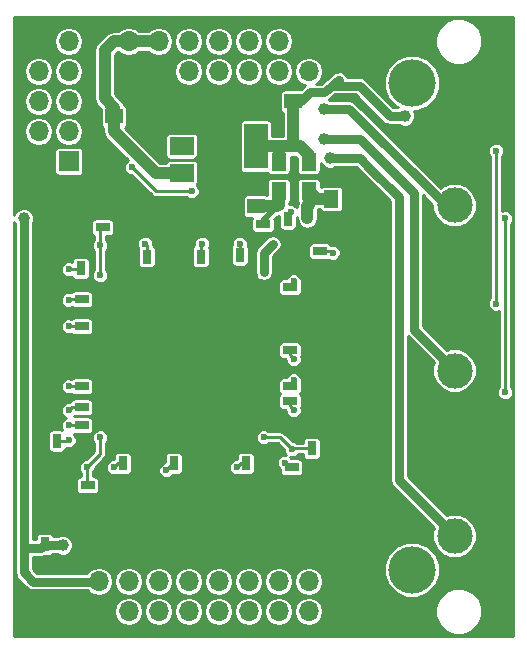
<source format=gtl>
G04 #@! TF.FileFunction,Copper,L1,Top,Signal*
%FSLAX46Y46*%
G04 Gerber Fmt 4.6, Leading zero omitted, Abs format (unit mm)*
G04 Created by KiCad (PCBNEW 4.0.4-stable) date 11/01/17 12:47:16*
%MOMM*%
%LPD*%
G01*
G04 APERTURE LIST*
%ADD10C,0.100000*%
%ADD11R,1.200000X0.750000*%
%ADD12R,0.750000X1.200000*%
%ADD13R,1.700000X1.700000*%
%ADD14O,1.700000X1.700000*%
%ADD15R,2.000000X3.800000*%
%ADD16R,2.000000X1.500000*%
%ADD17C,4.000000*%
%ADD18C,3.000000*%
%ADD19R,1.250000X1.500000*%
%ADD20R,1.500000X1.250000*%
%ADD21C,0.600000*%
%ADD22C,1.000000*%
%ADD23C,0.750000*%
%ADD24C,1.000000*%
%ADD25C,0.250000*%
%ADD26C,0.500000*%
G04 APERTURE END LIST*
D10*
D11*
X140650000Y-102870000D03*
X138750000Y-102870000D03*
X140650000Y-94488000D03*
X138750000Y-94488000D03*
X140650000Y-99822000D03*
X138750000Y-99822000D03*
X140650000Y-104140000D03*
X138750000Y-104140000D03*
X140782000Y-109728000D03*
X142682000Y-109728000D03*
D12*
X142494000Y-108138000D03*
X142494000Y-106238000D03*
D11*
X123510000Y-111252000D03*
X125410000Y-111252000D03*
X124780000Y-89408000D03*
X126680000Y-89408000D03*
X138364000Y-89154000D03*
X136464000Y-89154000D03*
D12*
X136906000Y-109408000D03*
X136906000Y-107508000D03*
X130810000Y-109408000D03*
X130810000Y-107508000D03*
X126492000Y-109408000D03*
X126492000Y-107508000D03*
X120904000Y-107508000D03*
X120904000Y-109408000D03*
D11*
X123002000Y-106172000D03*
X124902000Y-106172000D03*
X123002000Y-104648000D03*
X124902000Y-104648000D03*
X123002000Y-102870000D03*
X124902000Y-102870000D03*
X123002000Y-97790000D03*
X124902000Y-97790000D03*
X123002000Y-95504000D03*
X124902000Y-95504000D03*
D12*
X122936000Y-92898000D03*
X122936000Y-90998000D03*
X128524000Y-91887000D03*
X128524000Y-93787000D03*
X133096000Y-91887000D03*
X133096000Y-93787000D03*
X136398000Y-91760000D03*
X136398000Y-93660000D03*
X140462000Y-88712000D03*
X140462000Y-90612000D03*
D11*
X143190000Y-91440000D03*
X141290000Y-91440000D03*
D12*
X119888000Y-116266000D03*
X119888000Y-114366000D03*
D13*
X142240000Y-73660000D03*
D14*
X142240000Y-76200000D03*
X139700000Y-73660000D03*
X139700000Y-76200000D03*
X137160000Y-73660000D03*
X137160000Y-76200000D03*
X134620000Y-73660000D03*
X134620000Y-76200000D03*
X132080000Y-73660000D03*
X132080000Y-76200000D03*
D13*
X124460000Y-121920000D03*
D14*
X124460000Y-119380000D03*
X127000000Y-121920000D03*
X127000000Y-119380000D03*
X129540000Y-121920000D03*
X129540000Y-119380000D03*
X132080000Y-121920000D03*
X132080000Y-119380000D03*
X134620000Y-121920000D03*
X134620000Y-119380000D03*
X137160000Y-121920000D03*
X137160000Y-119380000D03*
X139700000Y-121920000D03*
X139700000Y-119380000D03*
X142240000Y-121920000D03*
X142240000Y-119380000D03*
D15*
X137770000Y-82550000D03*
D16*
X131470000Y-82550000D03*
X131470000Y-84850000D03*
X131470000Y-80250000D03*
D17*
X150965000Y-77190000D03*
X150965000Y-118390000D03*
D18*
X147340000Y-101540000D03*
X154590000Y-101540000D03*
X147340000Y-115540000D03*
X154590000Y-115540000D03*
X147340000Y-87540000D03*
X154590000Y-87540000D03*
D13*
X127000000Y-76200000D03*
D14*
X127000000Y-73660000D03*
D19*
X139700000Y-86340000D03*
X139700000Y-83840000D03*
X142240000Y-86340000D03*
X142240000Y-83840000D03*
D13*
X121920000Y-83820000D03*
D14*
X119380000Y-83820000D03*
X121920000Y-81280000D03*
X119380000Y-81280000D03*
X121920000Y-78740000D03*
X119380000Y-78740000D03*
X121920000Y-76200000D03*
X119380000Y-76200000D03*
X121920000Y-73660000D03*
X119380000Y-73660000D03*
D19*
X144145000Y-87015000D03*
X144145000Y-89515000D03*
D20*
X137775000Y-87630000D03*
X135275000Y-87630000D03*
X140950000Y-78740000D03*
X138450000Y-78740000D03*
X125750000Y-80010000D03*
X128250000Y-80010000D03*
D13*
X129540000Y-76200000D03*
D14*
X129540000Y-73660000D03*
D21*
X124714000Y-81915000D03*
X141224000Y-92202000D03*
X140716000Y-101600000D03*
X140970000Y-106045000D03*
X135128000Y-109855000D03*
X128651000Y-109855000D03*
X124714000Y-109855000D03*
X121920000Y-108585000D03*
X121920000Y-103886000D03*
X121920000Y-96901000D03*
X121920000Y-92075000D03*
X127508000Y-90805000D03*
X132080000Y-90805000D03*
X137287000Y-90805000D03*
X140970000Y-95504000D03*
D17*
X131445000Y-100330000D03*
D21*
X157480000Y-102616000D03*
X157099000Y-94615000D03*
X158115000Y-111633000D03*
X127508000Y-114808000D03*
D22*
X158242000Y-79756000D03*
X150368000Y-80010000D03*
D21*
X144780000Y-76962000D03*
D22*
X121412000Y-116332000D03*
X118110000Y-88646000D03*
D21*
X140970000Y-102362000D03*
X140970000Y-93980000D03*
X140970000Y-100584000D03*
X140970000Y-104902000D03*
X140195000Y-109334000D03*
X136144000Y-109728000D03*
X130195000Y-109982000D03*
X125730000Y-109728000D03*
X121920000Y-107442000D03*
X121920000Y-106172000D03*
X121920000Y-104902000D03*
X121920000Y-102870000D03*
X121920000Y-97790000D03*
X121920000Y-95580000D03*
X121920000Y-92964000D03*
X128397000Y-90805000D03*
X133223000Y-90805000D03*
X136398000Y-90805000D03*
X140716000Y-88138000D03*
X144272000Y-91567000D03*
X142113000Y-88646000D03*
X124587000Y-93472000D03*
X124587000Y-90932000D03*
X138430000Y-107188000D03*
X140843000Y-108204000D03*
X138430000Y-93218000D03*
X139192000Y-90805000D03*
X124587000Y-107188000D03*
X123444000Y-109728000D03*
X139573000Y-87630000D03*
X158877000Y-88646000D03*
X158877000Y-103378000D03*
X158115000Y-82931000D03*
X158115000Y-95885000D03*
X127254000Y-84328000D03*
X132334000Y-86360000D03*
D22*
X143510000Y-79375000D03*
X143510000Y-81915000D03*
X144018000Y-83566000D03*
D23*
X144226733Y-77414673D02*
X146502673Y-77414673D01*
X149098000Y-80010000D02*
X146558000Y-77470000D01*
X150368000Y-80010000D02*
X149098000Y-80010000D01*
X146502673Y-77414673D02*
X146558000Y-77470000D01*
D24*
X140970000Y-82550000D02*
X141478000Y-82550000D01*
X141478000Y-82550000D02*
X142240000Y-83312000D01*
X142240000Y-83312000D02*
X142240000Y-83840000D01*
X139700000Y-83840000D02*
X139700000Y-82550000D01*
D23*
X140950000Y-78740000D02*
X141605000Y-78740000D01*
X141605000Y-78740000D02*
X142353168Y-77991832D01*
X143521317Y-77991832D02*
X144226733Y-77414673D01*
X144226733Y-77414673D02*
X144655515Y-77063851D01*
X144655515Y-77063851D02*
X144780000Y-76962000D01*
X142353168Y-77991832D02*
X143521317Y-77991832D01*
D24*
X137770000Y-82550000D02*
X139700000Y-82550000D01*
X139700000Y-82550000D02*
X140970000Y-82550000D01*
X140950000Y-82530000D02*
X140950000Y-78740000D01*
X140970000Y-82550000D02*
X140950000Y-82530000D01*
D23*
X118110000Y-116586000D02*
X119568000Y-116586000D01*
X119568000Y-116586000D02*
X119822000Y-116332000D01*
X119822000Y-116332000D02*
X121412000Y-116332000D01*
X118110000Y-111252000D02*
X118110000Y-116586000D01*
X118110000Y-116586000D02*
X118110000Y-116840000D01*
X118110000Y-116840000D02*
X118110000Y-118618000D01*
X118110000Y-88646000D02*
X118110000Y-111252000D01*
X118892000Y-119400000D02*
X121920000Y-119400000D01*
X118110000Y-118618000D02*
X118892000Y-119400000D01*
X121920000Y-119400000D02*
X124440000Y-119400000D01*
X124440000Y-119400000D02*
X124460000Y-119380000D01*
D25*
X140970000Y-102362000D02*
X140650000Y-102682000D01*
X140650000Y-102682000D02*
X140650000Y-102870000D01*
X140970000Y-93980000D02*
X140650000Y-94300000D01*
X140650000Y-94300000D02*
X140650000Y-94488000D01*
X140650000Y-100264000D02*
X140650000Y-99822000D01*
X140970000Y-100584000D02*
X140650000Y-100264000D01*
X140650000Y-104582000D02*
X140650000Y-104140000D01*
X140970000Y-104902000D02*
X140650000Y-104582000D01*
X140195000Y-109334000D02*
X140589000Y-109728000D01*
X140589000Y-109728000D02*
X140782000Y-109728000D01*
X136464000Y-109408000D02*
X136906000Y-109408000D01*
X136144000Y-109728000D02*
X136464000Y-109408000D01*
X130195000Y-109982000D02*
X130769000Y-109408000D01*
X130769000Y-109408000D02*
X130810000Y-109408000D01*
X126050000Y-109408000D02*
X126492000Y-109408000D01*
X125730000Y-109728000D02*
X126050000Y-109408000D01*
X121854000Y-107508000D02*
X120904000Y-107508000D01*
X121920000Y-107442000D02*
X121854000Y-107508000D01*
X121920000Y-106172000D02*
X123002000Y-106172000D01*
X122174000Y-104648000D02*
X123002000Y-104648000D01*
X121920000Y-104902000D02*
X122174000Y-104648000D01*
X121920000Y-102870000D02*
X123002000Y-102870000D01*
X121920000Y-97790000D02*
X123002000Y-97790000D01*
X123002000Y-95504000D02*
X121996000Y-95504000D01*
X121996000Y-95504000D02*
X121920000Y-95580000D01*
X121920000Y-92964000D02*
X122870000Y-92964000D01*
X122870000Y-92964000D02*
X122936000Y-92898000D01*
X121920000Y-92964000D02*
X121854000Y-92898000D01*
X128524000Y-91887000D02*
X128524000Y-90932000D01*
X128524000Y-90932000D02*
X128397000Y-90805000D01*
X133096000Y-91887000D02*
X133096000Y-90932000D01*
X133096000Y-90932000D02*
X133223000Y-90805000D01*
X136398000Y-91760000D02*
X136398000Y-90805000D01*
X140716000Y-88138000D02*
X140462000Y-88392000D01*
X140462000Y-88392000D02*
X140462000Y-88712000D01*
X144145000Y-91440000D02*
X143190000Y-91440000D01*
X144272000Y-91567000D02*
X144145000Y-91440000D01*
D24*
X142113000Y-88646000D02*
X142113000Y-87630000D01*
X142113000Y-87630000D02*
X142240000Y-87503000D01*
X142240000Y-87503000D02*
X142240000Y-86340000D01*
X144145000Y-87015000D02*
X142915000Y-87015000D01*
X142915000Y-87015000D02*
X142240000Y-86340000D01*
D25*
X142494000Y-108138000D02*
X140909000Y-108138000D01*
X140909000Y-108138000D02*
X140843000Y-108204000D01*
X123444000Y-109728000D02*
X123444000Y-111186000D01*
X123444000Y-111186000D02*
X123510000Y-111252000D01*
X124587000Y-90932000D02*
X124587000Y-89601000D01*
X124587000Y-89601000D02*
X124780000Y-89408000D01*
X124587000Y-90932000D02*
X124587000Y-93472000D01*
D26*
X138364000Y-89154000D02*
X138364000Y-88839000D01*
X138364000Y-88839000D02*
X139573000Y-87630000D01*
D25*
X139827000Y-107188000D02*
X138430000Y-107188000D01*
X140843000Y-108204000D02*
X139827000Y-107188000D01*
D23*
X138430000Y-91567000D02*
X138430000Y-93218000D01*
X139192000Y-90805000D02*
X138430000Y-91567000D01*
D25*
X124587000Y-108585000D02*
X124587000Y-107188000D01*
X123444000Y-109728000D02*
X124587000Y-108585000D01*
D24*
X137775000Y-87630000D02*
X139573000Y-87630000D01*
X139700000Y-87503000D02*
X139573000Y-87630000D01*
X139700000Y-87503000D02*
X139700000Y-86340000D01*
D25*
X158877000Y-103378000D02*
X158877000Y-88646000D01*
X158115000Y-95885000D02*
X158115000Y-82931000D01*
D24*
X127000000Y-73660000D02*
X129540000Y-73660000D01*
X125750000Y-80010000D02*
X125750000Y-79268000D01*
X125730000Y-73660000D02*
X127000000Y-73660000D01*
X124968000Y-74422000D02*
X125730000Y-73660000D01*
X124968000Y-78486000D02*
X124968000Y-74422000D01*
X125750000Y-79268000D02*
X124968000Y-78486000D01*
X125730000Y-79990000D02*
X125730000Y-81280000D01*
X125730000Y-81280000D02*
X129300000Y-84850000D01*
X129300000Y-84850000D02*
X131470000Y-84850000D01*
D25*
X127254000Y-84328000D02*
X129286000Y-86360000D01*
X129286000Y-86360000D02*
X132334000Y-86360000D01*
D23*
X145669000Y-79375000D02*
X153834000Y-87540000D01*
X143510000Y-79375000D02*
X145669000Y-79375000D01*
X153580000Y-87540000D02*
X154590000Y-87540000D01*
X154590000Y-88550000D02*
X154590000Y-87540000D01*
X151130000Y-98080000D02*
X154590000Y-101540000D01*
X151130000Y-86487000D02*
X151130000Y-98080000D01*
X146558000Y-81915000D02*
X151130000Y-86487000D01*
X143510000Y-81915000D02*
X146558000Y-81915000D01*
X144018000Y-83566000D02*
X146558000Y-83566000D01*
X154590000Y-115540000D02*
X149860000Y-110810000D01*
X149860000Y-86868000D02*
X149860000Y-110810000D01*
X147447000Y-84455000D02*
X149860000Y-86868000D01*
X146558000Y-83566000D02*
X147447000Y-84455000D01*
X132060000Y-73680000D02*
X132080000Y-73660000D01*
D25*
G36*
X159570000Y-124010000D02*
X117290000Y-124010000D01*
X117290000Y-121896001D01*
X125775000Y-121896001D01*
X125775000Y-121943999D01*
X125868248Y-122412786D01*
X126133794Y-122810205D01*
X126531213Y-123075751D01*
X127000000Y-123168999D01*
X127468787Y-123075751D01*
X127866206Y-122810205D01*
X128131752Y-122412786D01*
X128225000Y-121943999D01*
X128225000Y-121896001D01*
X128315000Y-121896001D01*
X128315000Y-121943999D01*
X128408248Y-122412786D01*
X128673794Y-122810205D01*
X129071213Y-123075751D01*
X129540000Y-123168999D01*
X130008787Y-123075751D01*
X130406206Y-122810205D01*
X130671752Y-122412786D01*
X130765000Y-121943999D01*
X130765000Y-121896001D01*
X130855000Y-121896001D01*
X130855000Y-121943999D01*
X130948248Y-122412786D01*
X131213794Y-122810205D01*
X131611213Y-123075751D01*
X132080000Y-123168999D01*
X132548787Y-123075751D01*
X132946206Y-122810205D01*
X133211752Y-122412786D01*
X133305000Y-121943999D01*
X133305000Y-121896001D01*
X133395000Y-121896001D01*
X133395000Y-121943999D01*
X133488248Y-122412786D01*
X133753794Y-122810205D01*
X134151213Y-123075751D01*
X134620000Y-123168999D01*
X135088787Y-123075751D01*
X135486206Y-122810205D01*
X135751752Y-122412786D01*
X135845000Y-121943999D01*
X135845000Y-121896001D01*
X135935000Y-121896001D01*
X135935000Y-121943999D01*
X136028248Y-122412786D01*
X136293794Y-122810205D01*
X136691213Y-123075751D01*
X137160000Y-123168999D01*
X137628787Y-123075751D01*
X138026206Y-122810205D01*
X138291752Y-122412786D01*
X138385000Y-121943999D01*
X138385000Y-121896001D01*
X138475000Y-121896001D01*
X138475000Y-121943999D01*
X138568248Y-122412786D01*
X138833794Y-122810205D01*
X139231213Y-123075751D01*
X139700000Y-123168999D01*
X140168787Y-123075751D01*
X140566206Y-122810205D01*
X140831752Y-122412786D01*
X140925000Y-121943999D01*
X140925000Y-121896001D01*
X141015000Y-121896001D01*
X141015000Y-121943999D01*
X141108248Y-122412786D01*
X141373794Y-122810205D01*
X141771213Y-123075751D01*
X142240000Y-123168999D01*
X142708787Y-123075751D01*
X143106206Y-122810205D01*
X143371752Y-122412786D01*
X143391973Y-122311128D01*
X152964657Y-122311128D01*
X153264700Y-123037286D01*
X153819791Y-123593348D01*
X154545425Y-123894657D01*
X155331128Y-123895343D01*
X156057286Y-123595300D01*
X156613348Y-123040209D01*
X156914657Y-122314575D01*
X156915343Y-121528872D01*
X156615300Y-120802714D01*
X156060209Y-120246652D01*
X155334575Y-119945343D01*
X154548872Y-119944657D01*
X153822714Y-120244700D01*
X153266652Y-120799791D01*
X152965343Y-121525425D01*
X152964657Y-122311128D01*
X143391973Y-122311128D01*
X143465000Y-121943999D01*
X143465000Y-121896001D01*
X143371752Y-121427214D01*
X143106206Y-121029795D01*
X142708787Y-120764249D01*
X142240000Y-120671001D01*
X141771213Y-120764249D01*
X141373794Y-121029795D01*
X141108248Y-121427214D01*
X141015000Y-121896001D01*
X140925000Y-121896001D01*
X140831752Y-121427214D01*
X140566206Y-121029795D01*
X140168787Y-120764249D01*
X139700000Y-120671001D01*
X139231213Y-120764249D01*
X138833794Y-121029795D01*
X138568248Y-121427214D01*
X138475000Y-121896001D01*
X138385000Y-121896001D01*
X138291752Y-121427214D01*
X138026206Y-121029795D01*
X137628787Y-120764249D01*
X137160000Y-120671001D01*
X136691213Y-120764249D01*
X136293794Y-121029795D01*
X136028248Y-121427214D01*
X135935000Y-121896001D01*
X135845000Y-121896001D01*
X135751752Y-121427214D01*
X135486206Y-121029795D01*
X135088787Y-120764249D01*
X134620000Y-120671001D01*
X134151213Y-120764249D01*
X133753794Y-121029795D01*
X133488248Y-121427214D01*
X133395000Y-121896001D01*
X133305000Y-121896001D01*
X133211752Y-121427214D01*
X132946206Y-121029795D01*
X132548787Y-120764249D01*
X132080000Y-120671001D01*
X131611213Y-120764249D01*
X131213794Y-121029795D01*
X130948248Y-121427214D01*
X130855000Y-121896001D01*
X130765000Y-121896001D01*
X130671752Y-121427214D01*
X130406206Y-121029795D01*
X130008787Y-120764249D01*
X129540000Y-120671001D01*
X129071213Y-120764249D01*
X128673794Y-121029795D01*
X128408248Y-121427214D01*
X128315000Y-121896001D01*
X128225000Y-121896001D01*
X128131752Y-121427214D01*
X127866206Y-121029795D01*
X127468787Y-120764249D01*
X127000000Y-120671001D01*
X126531213Y-120764249D01*
X126133794Y-121029795D01*
X125868248Y-121427214D01*
X125775000Y-121896001D01*
X117290000Y-121896001D01*
X117290000Y-88952761D01*
X117360000Y-89122173D01*
X117360000Y-118618000D01*
X117417090Y-118905013D01*
X117579670Y-119148330D01*
X118361670Y-119930330D01*
X118604987Y-120092910D01*
X118892000Y-120150000D01*
X123513476Y-120150000D01*
X123593794Y-120270205D01*
X123991213Y-120535751D01*
X124460000Y-120628999D01*
X124928787Y-120535751D01*
X125326206Y-120270205D01*
X125591752Y-119872786D01*
X125685000Y-119403999D01*
X125685000Y-119356001D01*
X125775000Y-119356001D01*
X125775000Y-119403999D01*
X125868248Y-119872786D01*
X126133794Y-120270205D01*
X126531213Y-120535751D01*
X127000000Y-120628999D01*
X127468787Y-120535751D01*
X127866206Y-120270205D01*
X128131752Y-119872786D01*
X128225000Y-119403999D01*
X128225000Y-119356001D01*
X128315000Y-119356001D01*
X128315000Y-119403999D01*
X128408248Y-119872786D01*
X128673794Y-120270205D01*
X129071213Y-120535751D01*
X129540000Y-120628999D01*
X130008787Y-120535751D01*
X130406206Y-120270205D01*
X130671752Y-119872786D01*
X130765000Y-119403999D01*
X130765000Y-119356001D01*
X130855000Y-119356001D01*
X130855000Y-119403999D01*
X130948248Y-119872786D01*
X131213794Y-120270205D01*
X131611213Y-120535751D01*
X132080000Y-120628999D01*
X132548787Y-120535751D01*
X132946206Y-120270205D01*
X133211752Y-119872786D01*
X133305000Y-119403999D01*
X133305000Y-119356001D01*
X133395000Y-119356001D01*
X133395000Y-119403999D01*
X133488248Y-119872786D01*
X133753794Y-120270205D01*
X134151213Y-120535751D01*
X134620000Y-120628999D01*
X135088787Y-120535751D01*
X135486206Y-120270205D01*
X135751752Y-119872786D01*
X135845000Y-119403999D01*
X135845000Y-119356001D01*
X135935000Y-119356001D01*
X135935000Y-119403999D01*
X136028248Y-119872786D01*
X136293794Y-120270205D01*
X136691213Y-120535751D01*
X137160000Y-120628999D01*
X137628787Y-120535751D01*
X138026206Y-120270205D01*
X138291752Y-119872786D01*
X138385000Y-119403999D01*
X138385000Y-119356001D01*
X138475000Y-119356001D01*
X138475000Y-119403999D01*
X138568248Y-119872786D01*
X138833794Y-120270205D01*
X139231213Y-120535751D01*
X139700000Y-120628999D01*
X140168787Y-120535751D01*
X140566206Y-120270205D01*
X140831752Y-119872786D01*
X140925000Y-119403999D01*
X140925000Y-119356001D01*
X141015000Y-119356001D01*
X141015000Y-119403999D01*
X141108248Y-119872786D01*
X141373794Y-120270205D01*
X141771213Y-120535751D01*
X142240000Y-120628999D01*
X142708787Y-120535751D01*
X143106206Y-120270205D01*
X143371752Y-119872786D01*
X143465000Y-119403999D01*
X143465000Y-119356001D01*
X143371752Y-118887214D01*
X143353799Y-118860344D01*
X148589589Y-118860344D01*
X148950399Y-119733572D01*
X149617914Y-120402253D01*
X150490511Y-120764587D01*
X151435344Y-120765411D01*
X152308572Y-120404601D01*
X152977253Y-119737086D01*
X153339587Y-118864489D01*
X153340411Y-117919656D01*
X152979601Y-117046428D01*
X152312086Y-116377747D01*
X151439489Y-116015413D01*
X150494656Y-116014589D01*
X149621428Y-116375399D01*
X148952747Y-117042914D01*
X148590413Y-117915511D01*
X148589589Y-118860344D01*
X143353799Y-118860344D01*
X143106206Y-118489795D01*
X142708787Y-118224249D01*
X142240000Y-118131001D01*
X141771213Y-118224249D01*
X141373794Y-118489795D01*
X141108248Y-118887214D01*
X141015000Y-119356001D01*
X140925000Y-119356001D01*
X140831752Y-118887214D01*
X140566206Y-118489795D01*
X140168787Y-118224249D01*
X139700000Y-118131001D01*
X139231213Y-118224249D01*
X138833794Y-118489795D01*
X138568248Y-118887214D01*
X138475000Y-119356001D01*
X138385000Y-119356001D01*
X138291752Y-118887214D01*
X138026206Y-118489795D01*
X137628787Y-118224249D01*
X137160000Y-118131001D01*
X136691213Y-118224249D01*
X136293794Y-118489795D01*
X136028248Y-118887214D01*
X135935000Y-119356001D01*
X135845000Y-119356001D01*
X135751752Y-118887214D01*
X135486206Y-118489795D01*
X135088787Y-118224249D01*
X134620000Y-118131001D01*
X134151213Y-118224249D01*
X133753794Y-118489795D01*
X133488248Y-118887214D01*
X133395000Y-119356001D01*
X133305000Y-119356001D01*
X133211752Y-118887214D01*
X132946206Y-118489795D01*
X132548787Y-118224249D01*
X132080000Y-118131001D01*
X131611213Y-118224249D01*
X131213794Y-118489795D01*
X130948248Y-118887214D01*
X130855000Y-119356001D01*
X130765000Y-119356001D01*
X130671752Y-118887214D01*
X130406206Y-118489795D01*
X130008787Y-118224249D01*
X129540000Y-118131001D01*
X129071213Y-118224249D01*
X128673794Y-118489795D01*
X128408248Y-118887214D01*
X128315000Y-119356001D01*
X128225000Y-119356001D01*
X128131752Y-118887214D01*
X127866206Y-118489795D01*
X127468787Y-118224249D01*
X127000000Y-118131001D01*
X126531213Y-118224249D01*
X126133794Y-118489795D01*
X125868248Y-118887214D01*
X125775000Y-119356001D01*
X125685000Y-119356001D01*
X125591752Y-118887214D01*
X125326206Y-118489795D01*
X124928787Y-118224249D01*
X124460000Y-118131001D01*
X123991213Y-118224249D01*
X123593794Y-118489795D01*
X123486749Y-118650000D01*
X119202660Y-118650000D01*
X118860000Y-118307340D01*
X118860000Y-117336000D01*
X119568000Y-117336000D01*
X119855013Y-117278910D01*
X119900755Y-117248346D01*
X120263000Y-117248346D01*
X120401966Y-117222198D01*
X120529599Y-117140069D01*
X120569276Y-117082000D01*
X120936522Y-117082000D01*
X121237188Y-117206848D01*
X121585285Y-117207151D01*
X121907000Y-117074221D01*
X122153356Y-116828295D01*
X122286848Y-116506812D01*
X122287151Y-116158715D01*
X122154221Y-115837000D01*
X121908295Y-115590644D01*
X121586812Y-115457152D01*
X121238715Y-115456849D01*
X120935827Y-115582000D01*
X120629540Y-115582000D01*
X120619198Y-115527034D01*
X120537069Y-115399401D01*
X120411754Y-115313777D01*
X120263000Y-115283654D01*
X119513000Y-115283654D01*
X119374034Y-115309802D01*
X119246401Y-115391931D01*
X119160777Y-115517246D01*
X119130654Y-115666000D01*
X119130654Y-115836000D01*
X118860000Y-115836000D01*
X118860000Y-110877000D01*
X122527654Y-110877000D01*
X122527654Y-111627000D01*
X122553802Y-111765966D01*
X122635931Y-111893599D01*
X122761246Y-111979223D01*
X122910000Y-112009346D01*
X124110000Y-112009346D01*
X124248966Y-111983198D01*
X124376599Y-111901069D01*
X124462223Y-111775754D01*
X124492346Y-111627000D01*
X124492346Y-110877000D01*
X124466198Y-110738034D01*
X124384069Y-110610401D01*
X124258754Y-110524777D01*
X124110000Y-110494654D01*
X123944000Y-110494654D01*
X123944000Y-110182634D01*
X124015903Y-110110856D01*
X124118883Y-109862855D01*
X124118884Y-109861677D01*
X125054883Y-109861677D01*
X125157429Y-110109857D01*
X125347144Y-110299903D01*
X125595145Y-110402883D01*
X125863677Y-110403117D01*
X125967960Y-110360028D01*
X125968246Y-110360223D01*
X126117000Y-110390346D01*
X126867000Y-110390346D01*
X127005966Y-110364198D01*
X127133599Y-110282069D01*
X127219223Y-110156754D01*
X127227541Y-110115677D01*
X129519883Y-110115677D01*
X129622429Y-110363857D01*
X129812144Y-110553903D01*
X130060145Y-110656883D01*
X130328677Y-110657117D01*
X130576857Y-110554571D01*
X130741369Y-110390346D01*
X131185000Y-110390346D01*
X131323966Y-110364198D01*
X131451599Y-110282069D01*
X131537223Y-110156754D01*
X131567346Y-110008000D01*
X131567346Y-109861677D01*
X135468883Y-109861677D01*
X135571429Y-110109857D01*
X135761144Y-110299903D01*
X136009145Y-110402883D01*
X136277677Y-110403117D01*
X136381960Y-110360028D01*
X136382246Y-110360223D01*
X136531000Y-110390346D01*
X137281000Y-110390346D01*
X137419966Y-110364198D01*
X137547599Y-110282069D01*
X137633223Y-110156754D01*
X137663346Y-110008000D01*
X137663346Y-108808000D01*
X137637198Y-108669034D01*
X137555069Y-108541401D01*
X137429754Y-108455777D01*
X137281000Y-108425654D01*
X136531000Y-108425654D01*
X136392034Y-108451802D01*
X136264401Y-108533931D01*
X136178777Y-108659246D01*
X136148654Y-108808000D01*
X136148654Y-109028917D01*
X136112653Y-109052972D01*
X136010323Y-109052883D01*
X135762143Y-109155429D01*
X135572097Y-109345144D01*
X135469117Y-109593145D01*
X135468883Y-109861677D01*
X131567346Y-109861677D01*
X131567346Y-108808000D01*
X131541198Y-108669034D01*
X131459069Y-108541401D01*
X131333754Y-108455777D01*
X131185000Y-108425654D01*
X130435000Y-108425654D01*
X130296034Y-108451802D01*
X130168401Y-108533931D01*
X130082777Y-108659246D01*
X130052654Y-108808000D01*
X130052654Y-109310465D01*
X129813143Y-109409429D01*
X129623097Y-109599144D01*
X129520117Y-109847145D01*
X129519883Y-110115677D01*
X127227541Y-110115677D01*
X127249346Y-110008000D01*
X127249346Y-108808000D01*
X127223198Y-108669034D01*
X127141069Y-108541401D01*
X127015754Y-108455777D01*
X126867000Y-108425654D01*
X126117000Y-108425654D01*
X125978034Y-108451802D01*
X125850401Y-108533931D01*
X125764777Y-108659246D01*
X125734654Y-108808000D01*
X125734654Y-109028917D01*
X125698653Y-109052972D01*
X125596323Y-109052883D01*
X125348143Y-109155429D01*
X125158097Y-109345144D01*
X125055117Y-109593145D01*
X125054883Y-109861677D01*
X124118884Y-109861677D01*
X124118973Y-109760133D01*
X124940553Y-108938553D01*
X125048940Y-108776342D01*
X125051906Y-108761429D01*
X125087000Y-108585000D01*
X125087000Y-107642634D01*
X125158903Y-107570856D01*
X125261883Y-107322855D01*
X125261884Y-107321677D01*
X137754883Y-107321677D01*
X137857429Y-107569857D01*
X138047144Y-107759903D01*
X138295145Y-107862883D01*
X138563677Y-107863117D01*
X138811857Y-107760571D01*
X138884555Y-107688000D01*
X139619894Y-107688000D01*
X140167972Y-108236078D01*
X140167883Y-108337677D01*
X140270429Y-108585857D01*
X140353265Y-108668838D01*
X140329855Y-108659117D01*
X140061323Y-108658883D01*
X139813143Y-108761429D01*
X139623097Y-108951144D01*
X139520117Y-109199145D01*
X139519883Y-109467677D01*
X139622429Y-109715857D01*
X139799654Y-109893391D01*
X139799654Y-110103000D01*
X139825802Y-110241966D01*
X139907931Y-110369599D01*
X140033246Y-110455223D01*
X140182000Y-110485346D01*
X141382000Y-110485346D01*
X141520966Y-110459198D01*
X141648599Y-110377069D01*
X141734223Y-110251754D01*
X141764346Y-110103000D01*
X141764346Y-109353000D01*
X141738198Y-109214034D01*
X141656069Y-109086401D01*
X141530754Y-109000777D01*
X141382000Y-108970654D01*
X140775220Y-108970654D01*
X140767571Y-108952143D01*
X140684735Y-108869162D01*
X140708145Y-108878883D01*
X140976677Y-108879117D01*
X141224857Y-108776571D01*
X141363670Y-108638000D01*
X141736654Y-108638000D01*
X141736654Y-108738000D01*
X141762802Y-108876966D01*
X141844931Y-109004599D01*
X141970246Y-109090223D01*
X142119000Y-109120346D01*
X142869000Y-109120346D01*
X143007966Y-109094198D01*
X143135599Y-109012069D01*
X143221223Y-108886754D01*
X143251346Y-108738000D01*
X143251346Y-107538000D01*
X143225198Y-107399034D01*
X143143069Y-107271401D01*
X143017754Y-107185777D01*
X142869000Y-107155654D01*
X142119000Y-107155654D01*
X141980034Y-107181802D01*
X141852401Y-107263931D01*
X141766777Y-107389246D01*
X141736654Y-107538000D01*
X141736654Y-107638000D01*
X141231749Y-107638000D01*
X141225856Y-107632097D01*
X140977855Y-107529117D01*
X140875133Y-107529027D01*
X140180553Y-106834447D01*
X140018342Y-106726060D01*
X139827000Y-106688000D01*
X138884634Y-106688000D01*
X138812856Y-106616097D01*
X138564855Y-106513117D01*
X138296323Y-106512883D01*
X138048143Y-106615429D01*
X137858097Y-106805144D01*
X137755117Y-107053145D01*
X137754883Y-107321677D01*
X125261884Y-107321677D01*
X125262117Y-107054323D01*
X125159571Y-106806143D01*
X124969856Y-106616097D01*
X124721855Y-106513117D01*
X124453323Y-106512883D01*
X124205143Y-106615429D01*
X124015097Y-106805144D01*
X123912117Y-107053145D01*
X123911883Y-107321677D01*
X124014429Y-107569857D01*
X124087000Y-107642555D01*
X124087000Y-108377894D01*
X123411922Y-109052972D01*
X123310323Y-109052883D01*
X123062143Y-109155429D01*
X122872097Y-109345144D01*
X122769117Y-109593145D01*
X122768883Y-109861677D01*
X122871429Y-110109857D01*
X122944000Y-110182555D01*
X122944000Y-110494654D01*
X122910000Y-110494654D01*
X122771034Y-110520802D01*
X122643401Y-110602931D01*
X122557777Y-110728246D01*
X122527654Y-110877000D01*
X118860000Y-110877000D01*
X118860000Y-106908000D01*
X120146654Y-106908000D01*
X120146654Y-108108000D01*
X120172802Y-108246966D01*
X120254931Y-108374599D01*
X120380246Y-108460223D01*
X120529000Y-108490346D01*
X121279000Y-108490346D01*
X121417966Y-108464198D01*
X121545599Y-108382069D01*
X121631223Y-108256754D01*
X121661346Y-108108000D01*
X121661346Y-108065477D01*
X121785145Y-108116883D01*
X122053677Y-108117117D01*
X122301857Y-108014571D01*
X122491903Y-107824856D01*
X122594883Y-107576855D01*
X122595117Y-107308323D01*
X122492571Y-107060143D01*
X122351868Y-106919194D01*
X122402000Y-106929346D01*
X123602000Y-106929346D01*
X123740966Y-106903198D01*
X123868599Y-106821069D01*
X123954223Y-106695754D01*
X123984346Y-106547000D01*
X123984346Y-105797000D01*
X123958198Y-105658034D01*
X123876069Y-105530401D01*
X123750754Y-105444777D01*
X123602000Y-105414654D01*
X122402000Y-105414654D01*
X122352560Y-105423957D01*
X122376397Y-105400161D01*
X122402000Y-105405346D01*
X123602000Y-105405346D01*
X123740966Y-105379198D01*
X123868599Y-105297069D01*
X123954223Y-105171754D01*
X123984346Y-105023000D01*
X123984346Y-104273000D01*
X123958198Y-104134034D01*
X123876069Y-104006401D01*
X123750754Y-103920777D01*
X123602000Y-103890654D01*
X122402000Y-103890654D01*
X122263034Y-103916802D01*
X122135401Y-103998931D01*
X122049777Y-104124246D01*
X122039551Y-104174743D01*
X121982658Y-104186060D01*
X121921386Y-104227001D01*
X121786323Y-104226883D01*
X121538143Y-104329429D01*
X121348097Y-104519144D01*
X121245117Y-104767145D01*
X121244883Y-105035677D01*
X121347429Y-105283857D01*
X121537144Y-105473903D01*
X121689165Y-105537028D01*
X121538143Y-105599429D01*
X121348097Y-105789144D01*
X121245117Y-106037145D01*
X121244883Y-106305677D01*
X121340960Y-106538201D01*
X121279000Y-106525654D01*
X120529000Y-106525654D01*
X120390034Y-106551802D01*
X120262401Y-106633931D01*
X120176777Y-106759246D01*
X120146654Y-106908000D01*
X118860000Y-106908000D01*
X118860000Y-103003677D01*
X121244883Y-103003677D01*
X121347429Y-103251857D01*
X121537144Y-103441903D01*
X121785145Y-103544883D01*
X122053677Y-103545117D01*
X122130518Y-103513367D01*
X122253246Y-103597223D01*
X122402000Y-103627346D01*
X123602000Y-103627346D01*
X123740966Y-103601198D01*
X123868599Y-103519069D01*
X123954223Y-103393754D01*
X123984346Y-103245000D01*
X123984346Y-102495000D01*
X139667654Y-102495000D01*
X139667654Y-103245000D01*
X139693802Y-103383966D01*
X139772705Y-103506585D01*
X139697777Y-103616246D01*
X139667654Y-103765000D01*
X139667654Y-104515000D01*
X139693802Y-104653966D01*
X139775931Y-104781599D01*
X139901246Y-104867223D01*
X140050000Y-104897346D01*
X140270918Y-104897346D01*
X140294972Y-104933346D01*
X140294883Y-105035677D01*
X140397429Y-105283857D01*
X140587144Y-105473903D01*
X140835145Y-105576883D01*
X141103677Y-105577117D01*
X141351857Y-105474571D01*
X141541903Y-105284856D01*
X141644883Y-105036855D01*
X141645117Y-104768323D01*
X141602028Y-104664040D01*
X141602223Y-104663754D01*
X141632346Y-104515000D01*
X141632346Y-103765000D01*
X141606198Y-103626034D01*
X141527295Y-103503415D01*
X141602223Y-103393754D01*
X141632346Y-103245000D01*
X141632346Y-102527047D01*
X141644883Y-102496855D01*
X141645117Y-102228323D01*
X141542571Y-101980143D01*
X141352856Y-101790097D01*
X141104855Y-101687117D01*
X140836323Y-101686883D01*
X140588143Y-101789429D01*
X140398097Y-101979144D01*
X140342658Y-102112654D01*
X140050000Y-102112654D01*
X139911034Y-102138802D01*
X139783401Y-102220931D01*
X139697777Y-102346246D01*
X139667654Y-102495000D01*
X123984346Y-102495000D01*
X123958198Y-102356034D01*
X123876069Y-102228401D01*
X123750754Y-102142777D01*
X123602000Y-102112654D01*
X122402000Y-102112654D01*
X122263034Y-102138802D01*
X122135401Y-102220931D01*
X122131339Y-102226876D01*
X122054855Y-102195117D01*
X121786323Y-102194883D01*
X121538143Y-102297429D01*
X121348097Y-102487144D01*
X121245117Y-102735145D01*
X121244883Y-103003677D01*
X118860000Y-103003677D01*
X118860000Y-99447000D01*
X139667654Y-99447000D01*
X139667654Y-100197000D01*
X139693802Y-100335966D01*
X139775931Y-100463599D01*
X139901246Y-100549223D01*
X140050000Y-100579346D01*
X140270918Y-100579346D01*
X140294972Y-100615346D01*
X140294883Y-100717677D01*
X140397429Y-100965857D01*
X140587144Y-101155903D01*
X140835145Y-101258883D01*
X141103677Y-101259117D01*
X141351857Y-101156571D01*
X141541903Y-100966856D01*
X141644883Y-100718855D01*
X141645117Y-100450323D01*
X141602028Y-100346040D01*
X141602223Y-100345754D01*
X141632346Y-100197000D01*
X141632346Y-99447000D01*
X141606198Y-99308034D01*
X141524069Y-99180401D01*
X141398754Y-99094777D01*
X141250000Y-99064654D01*
X140050000Y-99064654D01*
X139911034Y-99090802D01*
X139783401Y-99172931D01*
X139697777Y-99298246D01*
X139667654Y-99447000D01*
X118860000Y-99447000D01*
X118860000Y-97923677D01*
X121244883Y-97923677D01*
X121347429Y-98171857D01*
X121537144Y-98361903D01*
X121785145Y-98464883D01*
X122053677Y-98465117D01*
X122130518Y-98433367D01*
X122253246Y-98517223D01*
X122402000Y-98547346D01*
X123602000Y-98547346D01*
X123740966Y-98521198D01*
X123868599Y-98439069D01*
X123954223Y-98313754D01*
X123984346Y-98165000D01*
X123984346Y-97415000D01*
X123958198Y-97276034D01*
X123876069Y-97148401D01*
X123750754Y-97062777D01*
X123602000Y-97032654D01*
X122402000Y-97032654D01*
X122263034Y-97058802D01*
X122135401Y-97140931D01*
X122131339Y-97146876D01*
X122054855Y-97115117D01*
X121786323Y-97114883D01*
X121538143Y-97217429D01*
X121348097Y-97407144D01*
X121245117Y-97655145D01*
X121244883Y-97923677D01*
X118860000Y-97923677D01*
X118860000Y-95713677D01*
X121244883Y-95713677D01*
X121347429Y-95961857D01*
X121537144Y-96151903D01*
X121785145Y-96254883D01*
X122053677Y-96255117D01*
X122199832Y-96194727D01*
X122253246Y-96231223D01*
X122402000Y-96261346D01*
X123602000Y-96261346D01*
X123740966Y-96235198D01*
X123868599Y-96153069D01*
X123954223Y-96027754D01*
X123984346Y-95879000D01*
X123984346Y-95129000D01*
X123958198Y-94990034D01*
X123876069Y-94862401D01*
X123750754Y-94776777D01*
X123602000Y-94746654D01*
X122402000Y-94746654D01*
X122263034Y-94772802D01*
X122135401Y-94854931D01*
X122090887Y-94920079D01*
X122054855Y-94905117D01*
X121786323Y-94904883D01*
X121538143Y-95007429D01*
X121348097Y-95197144D01*
X121245117Y-95445145D01*
X121244883Y-95713677D01*
X118860000Y-95713677D01*
X118860000Y-93097677D01*
X121244883Y-93097677D01*
X121347429Y-93345857D01*
X121537144Y-93535903D01*
X121785145Y-93638883D01*
X122053677Y-93639117D01*
X122194276Y-93581023D01*
X122204802Y-93636966D01*
X122286931Y-93764599D01*
X122412246Y-93850223D01*
X122561000Y-93880346D01*
X123311000Y-93880346D01*
X123449966Y-93854198D01*
X123577599Y-93772069D01*
X123663223Y-93646754D01*
X123693346Y-93498000D01*
X123693346Y-92298000D01*
X123667198Y-92159034D01*
X123585069Y-92031401D01*
X123459754Y-91945777D01*
X123311000Y-91915654D01*
X122561000Y-91915654D01*
X122422034Y-91941802D01*
X122294401Y-92023931D01*
X122208777Y-92149246D01*
X122178654Y-92298000D01*
X122178654Y-92340523D01*
X122054855Y-92289117D01*
X121786323Y-92288883D01*
X121538143Y-92391429D01*
X121348097Y-92581144D01*
X121245117Y-92829145D01*
X121244883Y-93097677D01*
X118860000Y-93097677D01*
X118860000Y-89121478D01*
X118896739Y-89033000D01*
X123797654Y-89033000D01*
X123797654Y-89783000D01*
X123823802Y-89921966D01*
X123905931Y-90049599D01*
X124031246Y-90135223D01*
X124087000Y-90146513D01*
X124087000Y-90477366D01*
X124015097Y-90549144D01*
X123912117Y-90797145D01*
X123911883Y-91065677D01*
X124014429Y-91313857D01*
X124087000Y-91386555D01*
X124087000Y-93017366D01*
X124015097Y-93089144D01*
X123912117Y-93337145D01*
X123911883Y-93605677D01*
X124014429Y-93853857D01*
X124204144Y-94043903D01*
X124452145Y-94146883D01*
X124720677Y-94147117D01*
X124803246Y-94113000D01*
X139667654Y-94113000D01*
X139667654Y-94863000D01*
X139693802Y-95001966D01*
X139775931Y-95129599D01*
X139901246Y-95215223D01*
X140050000Y-95245346D01*
X141250000Y-95245346D01*
X141388966Y-95219198D01*
X141516599Y-95137069D01*
X141602223Y-95011754D01*
X141632346Y-94863000D01*
X141632346Y-94145047D01*
X141644883Y-94114855D01*
X141645117Y-93846323D01*
X141542571Y-93598143D01*
X141352856Y-93408097D01*
X141104855Y-93305117D01*
X140836323Y-93304883D01*
X140588143Y-93407429D01*
X140398097Y-93597144D01*
X140342658Y-93730654D01*
X140050000Y-93730654D01*
X139911034Y-93756802D01*
X139783401Y-93838931D01*
X139697777Y-93964246D01*
X139667654Y-94113000D01*
X124803246Y-94113000D01*
X124968857Y-94044571D01*
X125158903Y-93854856D01*
X125261883Y-93606855D01*
X125262117Y-93338323D01*
X125159571Y-93090143D01*
X125087000Y-93017445D01*
X125087000Y-91386634D01*
X125158903Y-91314856D01*
X125261883Y-91066855D01*
X125261994Y-90938677D01*
X127721883Y-90938677D01*
X127801492Y-91131345D01*
X127796777Y-91138246D01*
X127766654Y-91287000D01*
X127766654Y-92487000D01*
X127792802Y-92625966D01*
X127874931Y-92753599D01*
X128000246Y-92839223D01*
X128149000Y-92869346D01*
X128899000Y-92869346D01*
X129037966Y-92843198D01*
X129165599Y-92761069D01*
X129251223Y-92635754D01*
X129281346Y-92487000D01*
X129281346Y-91287000D01*
X132338654Y-91287000D01*
X132338654Y-92487000D01*
X132364802Y-92625966D01*
X132446931Y-92753599D01*
X132572246Y-92839223D01*
X132721000Y-92869346D01*
X133471000Y-92869346D01*
X133609966Y-92843198D01*
X133737599Y-92761069D01*
X133823223Y-92635754D01*
X133853346Y-92487000D01*
X133853346Y-91287000D01*
X133829450Y-91160000D01*
X135640654Y-91160000D01*
X135640654Y-92360000D01*
X135666802Y-92498966D01*
X135748931Y-92626599D01*
X135874246Y-92712223D01*
X136023000Y-92742346D01*
X136773000Y-92742346D01*
X136911966Y-92716198D01*
X137039599Y-92634069D01*
X137125223Y-92508754D01*
X137155346Y-92360000D01*
X137155346Y-91567000D01*
X137680000Y-91567000D01*
X137680000Y-93218000D01*
X137737090Y-93505013D01*
X137899670Y-93748330D01*
X138142987Y-93910910D01*
X138430000Y-93968000D01*
X138717013Y-93910910D01*
X138960330Y-93748330D01*
X139122910Y-93505013D01*
X139180000Y-93218000D01*
X139180000Y-91877660D01*
X139722330Y-91335330D01*
X139884910Y-91092012D01*
X139890282Y-91065000D01*
X142207654Y-91065000D01*
X142207654Y-91815000D01*
X142233802Y-91953966D01*
X142315931Y-92081599D01*
X142441246Y-92167223D01*
X142590000Y-92197346D01*
X143790000Y-92197346D01*
X143928966Y-92171198D01*
X143943851Y-92161620D01*
X144137145Y-92241883D01*
X144405677Y-92242117D01*
X144653857Y-92139571D01*
X144843903Y-91949856D01*
X144946883Y-91701855D01*
X144947117Y-91433323D01*
X144844571Y-91185143D01*
X144654856Y-90995097D01*
X144406855Y-90892117D01*
X144138323Y-90891883D01*
X144127184Y-90896485D01*
X144064069Y-90798401D01*
X143938754Y-90712777D01*
X143790000Y-90682654D01*
X142590000Y-90682654D01*
X142451034Y-90708802D01*
X142323401Y-90790931D01*
X142237777Y-90916246D01*
X142207654Y-91065000D01*
X139890282Y-91065000D01*
X139942000Y-90805000D01*
X139884910Y-90517987D01*
X139722330Y-90274670D01*
X139479013Y-90112090D01*
X139192000Y-90055000D01*
X138904988Y-90112090D01*
X138661670Y-90274670D01*
X137899670Y-91036670D01*
X137737090Y-91279987D01*
X137680000Y-91567000D01*
X137155346Y-91567000D01*
X137155346Y-91160000D01*
X137129198Y-91021034D01*
X137072889Y-90933526D01*
X137073117Y-90671323D01*
X136970571Y-90423143D01*
X136780856Y-90233097D01*
X136532855Y-90130117D01*
X136264323Y-90129883D01*
X136016143Y-90232429D01*
X135826097Y-90422144D01*
X135723117Y-90670145D01*
X135722886Y-90934982D01*
X135670777Y-91011246D01*
X135640654Y-91160000D01*
X133829450Y-91160000D01*
X133827198Y-91148034D01*
X133817620Y-91133149D01*
X133897883Y-90939855D01*
X133898117Y-90671323D01*
X133795571Y-90423143D01*
X133605856Y-90233097D01*
X133357855Y-90130117D01*
X133089323Y-90129883D01*
X132841143Y-90232429D01*
X132651097Y-90422144D01*
X132548117Y-90670145D01*
X132547883Y-90938677D01*
X132552485Y-90949816D01*
X132454401Y-91012931D01*
X132368777Y-91138246D01*
X132338654Y-91287000D01*
X129281346Y-91287000D01*
X129255198Y-91148034D01*
X129173069Y-91020401D01*
X129068193Y-90948742D01*
X129071883Y-90939855D01*
X129072117Y-90671323D01*
X128969571Y-90423143D01*
X128779856Y-90233097D01*
X128531855Y-90130117D01*
X128263323Y-90129883D01*
X128015143Y-90232429D01*
X127825097Y-90422144D01*
X127722117Y-90670145D01*
X127721883Y-90938677D01*
X125261994Y-90938677D01*
X125262117Y-90798323D01*
X125159571Y-90550143D01*
X125087000Y-90477445D01*
X125087000Y-90165346D01*
X125380000Y-90165346D01*
X125518966Y-90139198D01*
X125646599Y-90057069D01*
X125732223Y-89931754D01*
X125762346Y-89783000D01*
X125762346Y-89033000D01*
X125736198Y-88894034D01*
X125654069Y-88766401D01*
X125528754Y-88680777D01*
X125380000Y-88650654D01*
X124180000Y-88650654D01*
X124041034Y-88676802D01*
X123913401Y-88758931D01*
X123827777Y-88884246D01*
X123797654Y-89033000D01*
X118896739Y-89033000D01*
X118984848Y-88820812D01*
X118985151Y-88472715D01*
X118852221Y-88151000D01*
X118606295Y-87904644D01*
X118284812Y-87771152D01*
X117936715Y-87770849D01*
X117615000Y-87903779D01*
X117368644Y-88149705D01*
X117290000Y-88339100D01*
X117290000Y-82970000D01*
X120687654Y-82970000D01*
X120687654Y-84670000D01*
X120713802Y-84808966D01*
X120795931Y-84936599D01*
X120921246Y-85022223D01*
X121070000Y-85052346D01*
X122770000Y-85052346D01*
X122908966Y-85026198D01*
X123036599Y-84944069D01*
X123122223Y-84818754D01*
X123152346Y-84670000D01*
X123152346Y-82970000D01*
X123126198Y-82831034D01*
X123044069Y-82703401D01*
X122918754Y-82617777D01*
X122770000Y-82587654D01*
X121070000Y-82587654D01*
X120931034Y-82613802D01*
X120803401Y-82695931D01*
X120717777Y-82821246D01*
X120687654Y-82970000D01*
X117290000Y-82970000D01*
X117290000Y-81280000D01*
X118131001Y-81280000D01*
X118224249Y-81748787D01*
X118489795Y-82146206D01*
X118887214Y-82411752D01*
X119356001Y-82505000D01*
X119403999Y-82505000D01*
X119872786Y-82411752D01*
X120270205Y-82146206D01*
X120535751Y-81748787D01*
X120628999Y-81280000D01*
X120671001Y-81280000D01*
X120764249Y-81748787D01*
X121029795Y-82146206D01*
X121427214Y-82411752D01*
X121896001Y-82505000D01*
X121943999Y-82505000D01*
X122412786Y-82411752D01*
X122810205Y-82146206D01*
X123075751Y-81748787D01*
X123168999Y-81280000D01*
X123075751Y-80811213D01*
X122810205Y-80413794D01*
X122412786Y-80148248D01*
X121943999Y-80055000D01*
X121896001Y-80055000D01*
X121427214Y-80148248D01*
X121029795Y-80413794D01*
X120764249Y-80811213D01*
X120671001Y-81280000D01*
X120628999Y-81280000D01*
X120535751Y-80811213D01*
X120270205Y-80413794D01*
X119872786Y-80148248D01*
X119403999Y-80055000D01*
X119356001Y-80055000D01*
X118887214Y-80148248D01*
X118489795Y-80413794D01*
X118224249Y-80811213D01*
X118131001Y-81280000D01*
X117290000Y-81280000D01*
X117290000Y-78740000D01*
X118131001Y-78740000D01*
X118224249Y-79208787D01*
X118489795Y-79606206D01*
X118887214Y-79871752D01*
X119356001Y-79965000D01*
X119403999Y-79965000D01*
X119872786Y-79871752D01*
X120270205Y-79606206D01*
X120535751Y-79208787D01*
X120628999Y-78740000D01*
X120671001Y-78740000D01*
X120764249Y-79208787D01*
X121029795Y-79606206D01*
X121427214Y-79871752D01*
X121896001Y-79965000D01*
X121943999Y-79965000D01*
X122412786Y-79871752D01*
X122810205Y-79606206D01*
X123075751Y-79208787D01*
X123168999Y-78740000D01*
X123075751Y-78271213D01*
X122810205Y-77873794D01*
X122412786Y-77608248D01*
X121943999Y-77515000D01*
X121896001Y-77515000D01*
X121427214Y-77608248D01*
X121029795Y-77873794D01*
X120764249Y-78271213D01*
X120671001Y-78740000D01*
X120628999Y-78740000D01*
X120535751Y-78271213D01*
X120270205Y-77873794D01*
X119872786Y-77608248D01*
X119403999Y-77515000D01*
X119356001Y-77515000D01*
X118887214Y-77608248D01*
X118489795Y-77873794D01*
X118224249Y-78271213D01*
X118131001Y-78740000D01*
X117290000Y-78740000D01*
X117290000Y-76200000D01*
X118131001Y-76200000D01*
X118224249Y-76668787D01*
X118489795Y-77066206D01*
X118887214Y-77331752D01*
X119356001Y-77425000D01*
X119403999Y-77425000D01*
X119872786Y-77331752D01*
X120270205Y-77066206D01*
X120535751Y-76668787D01*
X120628999Y-76200000D01*
X120671001Y-76200000D01*
X120764249Y-76668787D01*
X121029795Y-77066206D01*
X121427214Y-77331752D01*
X121896001Y-77425000D01*
X121943999Y-77425000D01*
X122412786Y-77331752D01*
X122810205Y-77066206D01*
X123075751Y-76668787D01*
X123168999Y-76200000D01*
X123075751Y-75731213D01*
X122810205Y-75333794D01*
X122412786Y-75068248D01*
X121943999Y-74975000D01*
X121896001Y-74975000D01*
X121427214Y-75068248D01*
X121029795Y-75333794D01*
X120764249Y-75731213D01*
X120671001Y-76200000D01*
X120628999Y-76200000D01*
X120535751Y-75731213D01*
X120270205Y-75333794D01*
X119872786Y-75068248D01*
X119403999Y-74975000D01*
X119356001Y-74975000D01*
X118887214Y-75068248D01*
X118489795Y-75333794D01*
X118224249Y-75731213D01*
X118131001Y-76200000D01*
X117290000Y-76200000D01*
X117290000Y-73660000D01*
X120671001Y-73660000D01*
X120764249Y-74128787D01*
X121029795Y-74526206D01*
X121427214Y-74791752D01*
X121896001Y-74885000D01*
X121943999Y-74885000D01*
X122412786Y-74791752D01*
X122810205Y-74526206D01*
X122879832Y-74422000D01*
X124093000Y-74422000D01*
X124093000Y-78486000D01*
X124143888Y-78741832D01*
X124159605Y-78820848D01*
X124349282Y-79104718D01*
X124619660Y-79375096D01*
X124617654Y-79385000D01*
X124617654Y-80635000D01*
X124643802Y-80773966D01*
X124725931Y-80901599D01*
X124851246Y-80987223D01*
X124855000Y-80987983D01*
X124855000Y-81280000D01*
X124921605Y-81614848D01*
X125111282Y-81898718D01*
X126939968Y-83727404D01*
X126872143Y-83755429D01*
X126682097Y-83945144D01*
X126579117Y-84193145D01*
X126578883Y-84461677D01*
X126681429Y-84709857D01*
X126871144Y-84899903D01*
X127119145Y-85002883D01*
X127221867Y-85002973D01*
X128932447Y-86713553D01*
X129094658Y-86821940D01*
X129286000Y-86860000D01*
X131879366Y-86860000D01*
X131951144Y-86931903D01*
X132199145Y-87034883D01*
X132467677Y-87035117D01*
X132540565Y-87005000D01*
X136642654Y-87005000D01*
X136642654Y-88255000D01*
X136668802Y-88393966D01*
X136750931Y-88521599D01*
X136876246Y-88607223D01*
X137025000Y-88637346D01*
X137410339Y-88637346D01*
X137381654Y-88779000D01*
X137381654Y-89529000D01*
X137407802Y-89667966D01*
X137489931Y-89795599D01*
X137615246Y-89881223D01*
X137764000Y-89911346D01*
X138964000Y-89911346D01*
X139102966Y-89885198D01*
X139230599Y-89803069D01*
X139316223Y-89677754D01*
X139346346Y-89529000D01*
X139346346Y-88779000D01*
X139340255Y-88746629D01*
X139584090Y-88502794D01*
X139704654Y-88478813D01*
X139704654Y-89312000D01*
X139730802Y-89450966D01*
X139812931Y-89578599D01*
X139938246Y-89664223D01*
X140087000Y-89694346D01*
X140837000Y-89694346D01*
X140975966Y-89668198D01*
X141103599Y-89586069D01*
X141189223Y-89460754D01*
X141219346Y-89312000D01*
X141219346Y-88589294D01*
X141238000Y-88570672D01*
X141238000Y-88646000D01*
X141304605Y-88980848D01*
X141494282Y-89264718D01*
X141778152Y-89454395D01*
X142113000Y-89521000D01*
X142447848Y-89454395D01*
X142731718Y-89264718D01*
X142921395Y-88980848D01*
X142988000Y-88646000D01*
X142988000Y-87928235D01*
X143013548Y-87890000D01*
X143161174Y-87890000D01*
X143163802Y-87903966D01*
X143245931Y-88031599D01*
X143371246Y-88117223D01*
X143520000Y-88147346D01*
X144770000Y-88147346D01*
X144908966Y-88121198D01*
X145036599Y-88039069D01*
X145122223Y-87913754D01*
X145152346Y-87765000D01*
X145152346Y-86265000D01*
X145126198Y-86126034D01*
X145044069Y-85998401D01*
X144918754Y-85912777D01*
X144770000Y-85882654D01*
X143520000Y-85882654D01*
X143381034Y-85908802D01*
X143253401Y-85990931D01*
X143247346Y-85999793D01*
X143247346Y-85590000D01*
X143221198Y-85451034D01*
X143139069Y-85323401D01*
X143013754Y-85237777D01*
X142865000Y-85207654D01*
X141615000Y-85207654D01*
X141476034Y-85233802D01*
X141348401Y-85315931D01*
X141262777Y-85441246D01*
X141232654Y-85590000D01*
X141232654Y-87090000D01*
X141258802Y-87228966D01*
X141303846Y-87298967D01*
X141238000Y-87630000D01*
X141238000Y-87705484D01*
X141098856Y-87566097D01*
X140850855Y-87463117D01*
X140582323Y-87462883D01*
X140575000Y-87465909D01*
X140575000Y-87374750D01*
X140591599Y-87364069D01*
X140677223Y-87238754D01*
X140707346Y-87090000D01*
X140707346Y-85590000D01*
X140681198Y-85451034D01*
X140599069Y-85323401D01*
X140473754Y-85237777D01*
X140325000Y-85207654D01*
X139075000Y-85207654D01*
X138936034Y-85233802D01*
X138808401Y-85315931D01*
X138722777Y-85441246D01*
X138692654Y-85590000D01*
X138692654Y-86665691D01*
X138673754Y-86652777D01*
X138525000Y-86622654D01*
X137025000Y-86622654D01*
X136886034Y-86648802D01*
X136758401Y-86730931D01*
X136672777Y-86856246D01*
X136642654Y-87005000D01*
X132540565Y-87005000D01*
X132715857Y-86932571D01*
X132905903Y-86742856D01*
X133008883Y-86494855D01*
X133009117Y-86226323D01*
X132906571Y-85978143D01*
X132763450Y-85834772D01*
X132822223Y-85748754D01*
X132852346Y-85600000D01*
X132852346Y-84100000D01*
X132826198Y-83961034D01*
X132744069Y-83833401D01*
X132618754Y-83747777D01*
X132470000Y-83717654D01*
X130470000Y-83717654D01*
X130331034Y-83743802D01*
X130203401Y-83825931D01*
X130117777Y-83951246D01*
X130112967Y-83975000D01*
X129662437Y-83975000D01*
X127487437Y-81800000D01*
X130087654Y-81800000D01*
X130087654Y-83300000D01*
X130113802Y-83438966D01*
X130195931Y-83566599D01*
X130321246Y-83652223D01*
X130470000Y-83682346D01*
X132470000Y-83682346D01*
X132608966Y-83656198D01*
X132736599Y-83574069D01*
X132822223Y-83448754D01*
X132852346Y-83300000D01*
X132852346Y-81800000D01*
X132826198Y-81661034D01*
X132744069Y-81533401D01*
X132618754Y-81447777D01*
X132470000Y-81417654D01*
X130470000Y-81417654D01*
X130331034Y-81443802D01*
X130203401Y-81525931D01*
X130117777Y-81651246D01*
X130087654Y-81800000D01*
X127487437Y-81800000D01*
X126663103Y-80975667D01*
X126766599Y-80909069D01*
X126852223Y-80783754D01*
X126879308Y-80650000D01*
X136387654Y-80650000D01*
X136387654Y-84450000D01*
X136413802Y-84588966D01*
X136495931Y-84716599D01*
X136621246Y-84802223D01*
X136770000Y-84832346D01*
X138770000Y-84832346D01*
X138783670Y-84829774D01*
X138800931Y-84856599D01*
X138926246Y-84942223D01*
X139075000Y-84972346D01*
X140325000Y-84972346D01*
X140463966Y-84946198D01*
X140591599Y-84864069D01*
X140677223Y-84738754D01*
X140707346Y-84590000D01*
X140707346Y-83425000D01*
X141115564Y-83425000D01*
X141232654Y-83542090D01*
X141232654Y-84590000D01*
X141258802Y-84728966D01*
X141340931Y-84856599D01*
X141466246Y-84942223D01*
X141615000Y-84972346D01*
X142865000Y-84972346D01*
X143003966Y-84946198D01*
X143131599Y-84864069D01*
X143217223Y-84738754D01*
X143247346Y-84590000D01*
X143247346Y-83992187D01*
X143275779Y-84061000D01*
X143521705Y-84307356D01*
X143843188Y-84440848D01*
X144191285Y-84441151D01*
X144494173Y-84316000D01*
X146247340Y-84316000D01*
X149110000Y-87178660D01*
X149110000Y-110810000D01*
X149167090Y-111097013D01*
X149329670Y-111340330D01*
X152844254Y-114854914D01*
X152715327Y-115165403D01*
X152714676Y-115911324D01*
X152999526Y-116600714D01*
X153526511Y-117128620D01*
X154215403Y-117414673D01*
X154961324Y-117415324D01*
X155650714Y-117130474D01*
X156178620Y-116603489D01*
X156464673Y-115914597D01*
X156465324Y-115168676D01*
X156180474Y-114479286D01*
X155653489Y-113951380D01*
X154964597Y-113665327D01*
X154218676Y-113664676D01*
X153904961Y-113794301D01*
X150610000Y-110499340D01*
X150610000Y-98620660D01*
X152844254Y-100854914D01*
X152715327Y-101165403D01*
X152714676Y-101911324D01*
X152999526Y-102600714D01*
X153526511Y-103128620D01*
X154215403Y-103414673D01*
X154961324Y-103415324D01*
X155650714Y-103130474D01*
X156178620Y-102603489D01*
X156464673Y-101914597D01*
X156465324Y-101168676D01*
X156180474Y-100479286D01*
X155653489Y-99951380D01*
X154964597Y-99665327D01*
X154218676Y-99664676D01*
X153904961Y-99794301D01*
X151880000Y-97769340D01*
X151880000Y-86646660D01*
X152715051Y-87481711D01*
X152714676Y-87911324D01*
X152999526Y-88600714D01*
X153526511Y-89128620D01*
X154215403Y-89414673D01*
X154961324Y-89415324D01*
X155650714Y-89130474D01*
X156178620Y-88603489D01*
X156464673Y-87914597D01*
X156465324Y-87168676D01*
X156180474Y-86479286D01*
X155653489Y-85951380D01*
X154964597Y-85665327D01*
X154218676Y-85664676D01*
X153529286Y-85949526D01*
X153416638Y-86061978D01*
X150419337Y-83064677D01*
X157439883Y-83064677D01*
X157542429Y-83312857D01*
X157615000Y-83385555D01*
X157615000Y-95430366D01*
X157543097Y-95502144D01*
X157440117Y-95750145D01*
X157439883Y-96018677D01*
X157542429Y-96266857D01*
X157732144Y-96456903D01*
X157980145Y-96559883D01*
X158248677Y-96560117D01*
X158377000Y-96507095D01*
X158377000Y-102923366D01*
X158305097Y-102995144D01*
X158202117Y-103243145D01*
X158201883Y-103511677D01*
X158304429Y-103759857D01*
X158494144Y-103949903D01*
X158742145Y-104052883D01*
X159010677Y-104053117D01*
X159258857Y-103950571D01*
X159448903Y-103760856D01*
X159551883Y-103512855D01*
X159552117Y-103244323D01*
X159449571Y-102996143D01*
X159377000Y-102923445D01*
X159377000Y-89100634D01*
X159448903Y-89028856D01*
X159551883Y-88780855D01*
X159552117Y-88512323D01*
X159449571Y-88264143D01*
X159259856Y-88074097D01*
X159011855Y-87971117D01*
X158743323Y-87970883D01*
X158615000Y-88023905D01*
X158615000Y-83385634D01*
X158686903Y-83313856D01*
X158789883Y-83065855D01*
X158790117Y-82797323D01*
X158687571Y-82549143D01*
X158497856Y-82359097D01*
X158249855Y-82256117D01*
X157981323Y-82255883D01*
X157733143Y-82358429D01*
X157543097Y-82548144D01*
X157440117Y-82796145D01*
X157439883Y-83064677D01*
X150419337Y-83064677D01*
X146199330Y-78844670D01*
X145956013Y-78682090D01*
X145669000Y-78625000D01*
X143985478Y-78625000D01*
X143935928Y-78604425D01*
X143996246Y-78572300D01*
X144494456Y-78164673D01*
X146192013Y-78164673D01*
X148567670Y-80540330D01*
X148810987Y-80702910D01*
X149098000Y-80760000D01*
X149892522Y-80760000D01*
X150193188Y-80884848D01*
X150541285Y-80885151D01*
X150863000Y-80752221D01*
X151109356Y-80506295D01*
X151242848Y-80184812D01*
X151243151Y-79836715D01*
X151130941Y-79565146D01*
X151435344Y-79565411D01*
X152308572Y-79204601D01*
X152977253Y-78537086D01*
X153339587Y-77664489D01*
X153340411Y-76719656D01*
X152979601Y-75846428D01*
X152312086Y-75177747D01*
X151439489Y-74815413D01*
X150494656Y-74814589D01*
X149621428Y-75175399D01*
X148952747Y-75842914D01*
X148590413Y-76715511D01*
X148589589Y-77660344D01*
X148950399Y-78533572D01*
X149617914Y-79202253D01*
X149756984Y-79260000D01*
X149408660Y-79260000D01*
X147033003Y-76884343D01*
X146789686Y-76721763D01*
X146502673Y-76664673D01*
X145455058Y-76664673D01*
X145360469Y-76487073D01*
X145134536Y-76301088D01*
X144854629Y-76215722D01*
X144563360Y-76243969D01*
X144305073Y-76381531D01*
X144180588Y-76483382D01*
X144180587Y-76483383D01*
X143751804Y-76834205D01*
X143751802Y-76834208D01*
X143253594Y-77241832D01*
X142879279Y-77241832D01*
X143106206Y-77090205D01*
X143371752Y-76692786D01*
X143465000Y-76223999D01*
X143465000Y-76176001D01*
X143371752Y-75707214D01*
X143106206Y-75309795D01*
X142708787Y-75044249D01*
X142240000Y-74951001D01*
X141771213Y-75044249D01*
X141373794Y-75309795D01*
X141108248Y-75707214D01*
X141015000Y-76176001D01*
X141015000Y-76223999D01*
X141108248Y-76692786D01*
X141373794Y-77090205D01*
X141771213Y-77355751D01*
X141932955Y-77387924D01*
X141822838Y-77461502D01*
X141551686Y-77732654D01*
X140200000Y-77732654D01*
X140061034Y-77758802D01*
X139933401Y-77840931D01*
X139847777Y-77966246D01*
X139817654Y-78115000D01*
X139817654Y-79365000D01*
X139843802Y-79503966D01*
X139925931Y-79631599D01*
X140051246Y-79717223D01*
X140075000Y-79722033D01*
X140075000Y-81675000D01*
X139152346Y-81675000D01*
X139152346Y-80650000D01*
X139126198Y-80511034D01*
X139044069Y-80383401D01*
X138918754Y-80297777D01*
X138770000Y-80267654D01*
X136770000Y-80267654D01*
X136631034Y-80293802D01*
X136503401Y-80375931D01*
X136417777Y-80501246D01*
X136387654Y-80650000D01*
X126879308Y-80650000D01*
X126882346Y-80635000D01*
X126882346Y-79385000D01*
X126856198Y-79246034D01*
X126774069Y-79118401D01*
X126648754Y-79032777D01*
X126575251Y-79017892D01*
X126558395Y-78933152D01*
X126368718Y-78649282D01*
X125843000Y-78123564D01*
X125843000Y-76176001D01*
X130855000Y-76176001D01*
X130855000Y-76223999D01*
X130948248Y-76692786D01*
X131213794Y-77090205D01*
X131611213Y-77355751D01*
X132080000Y-77448999D01*
X132548787Y-77355751D01*
X132946206Y-77090205D01*
X133211752Y-76692786D01*
X133305000Y-76223999D01*
X133305000Y-76176001D01*
X133395000Y-76176001D01*
X133395000Y-76223999D01*
X133488248Y-76692786D01*
X133753794Y-77090205D01*
X134151213Y-77355751D01*
X134620000Y-77448999D01*
X135088787Y-77355751D01*
X135486206Y-77090205D01*
X135751752Y-76692786D01*
X135845000Y-76223999D01*
X135845000Y-76176001D01*
X135935000Y-76176001D01*
X135935000Y-76223999D01*
X136028248Y-76692786D01*
X136293794Y-77090205D01*
X136691213Y-77355751D01*
X137160000Y-77448999D01*
X137628787Y-77355751D01*
X138026206Y-77090205D01*
X138291752Y-76692786D01*
X138385000Y-76223999D01*
X138385000Y-76176001D01*
X138475000Y-76176001D01*
X138475000Y-76223999D01*
X138568248Y-76692786D01*
X138833794Y-77090205D01*
X139231213Y-77355751D01*
X139700000Y-77448999D01*
X140168787Y-77355751D01*
X140566206Y-77090205D01*
X140831752Y-76692786D01*
X140925000Y-76223999D01*
X140925000Y-76176001D01*
X140831752Y-75707214D01*
X140566206Y-75309795D01*
X140168787Y-75044249D01*
X139700000Y-74951001D01*
X139231213Y-75044249D01*
X138833794Y-75309795D01*
X138568248Y-75707214D01*
X138475000Y-76176001D01*
X138385000Y-76176001D01*
X138291752Y-75707214D01*
X138026206Y-75309795D01*
X137628787Y-75044249D01*
X137160000Y-74951001D01*
X136691213Y-75044249D01*
X136293794Y-75309795D01*
X136028248Y-75707214D01*
X135935000Y-76176001D01*
X135845000Y-76176001D01*
X135751752Y-75707214D01*
X135486206Y-75309795D01*
X135088787Y-75044249D01*
X134620000Y-74951001D01*
X134151213Y-75044249D01*
X133753794Y-75309795D01*
X133488248Y-75707214D01*
X133395000Y-76176001D01*
X133305000Y-76176001D01*
X133211752Y-75707214D01*
X132946206Y-75309795D01*
X132548787Y-75044249D01*
X132080000Y-74951001D01*
X131611213Y-75044249D01*
X131213794Y-75309795D01*
X130948248Y-75707214D01*
X130855000Y-76176001D01*
X125843000Y-76176001D01*
X125843000Y-74784436D01*
X126092437Y-74535000D01*
X126122956Y-74535000D01*
X126507214Y-74791752D01*
X126976001Y-74885000D01*
X127023999Y-74885000D01*
X127492786Y-74791752D01*
X127877044Y-74535000D01*
X128662956Y-74535000D01*
X129047214Y-74791752D01*
X129516001Y-74885000D01*
X129563999Y-74885000D01*
X130032786Y-74791752D01*
X130430205Y-74526206D01*
X130695751Y-74128787D01*
X130788999Y-73660000D01*
X130784226Y-73636001D01*
X130855000Y-73636001D01*
X130855000Y-73683999D01*
X130948248Y-74152786D01*
X131213794Y-74550205D01*
X131611213Y-74815751D01*
X132080000Y-74908999D01*
X132548787Y-74815751D01*
X132946206Y-74550205D01*
X133211752Y-74152786D01*
X133305000Y-73683999D01*
X133305000Y-73636001D01*
X133395000Y-73636001D01*
X133395000Y-73683999D01*
X133488248Y-74152786D01*
X133753794Y-74550205D01*
X134151213Y-74815751D01*
X134620000Y-74908999D01*
X135088787Y-74815751D01*
X135486206Y-74550205D01*
X135751752Y-74152786D01*
X135845000Y-73683999D01*
X135845000Y-73636001D01*
X135935000Y-73636001D01*
X135935000Y-73683999D01*
X136028248Y-74152786D01*
X136293794Y-74550205D01*
X136691213Y-74815751D01*
X137160000Y-74908999D01*
X137628787Y-74815751D01*
X138026206Y-74550205D01*
X138291752Y-74152786D01*
X138385000Y-73683999D01*
X138385000Y-73636001D01*
X138475000Y-73636001D01*
X138475000Y-73683999D01*
X138568248Y-74152786D01*
X138833794Y-74550205D01*
X139231213Y-74815751D01*
X139700000Y-74908999D01*
X140168787Y-74815751D01*
X140566206Y-74550205D01*
X140831752Y-74152786D01*
X140851973Y-74051128D01*
X152964657Y-74051128D01*
X153264700Y-74777286D01*
X153819791Y-75333348D01*
X154545425Y-75634657D01*
X155331128Y-75635343D01*
X156057286Y-75335300D01*
X156613348Y-74780209D01*
X156914657Y-74054575D01*
X156915343Y-73268872D01*
X156615300Y-72542714D01*
X156060209Y-71986652D01*
X155334575Y-71685343D01*
X154548872Y-71684657D01*
X153822714Y-71984700D01*
X153266652Y-72539791D01*
X152965343Y-73265425D01*
X152964657Y-74051128D01*
X140851973Y-74051128D01*
X140925000Y-73683999D01*
X140925000Y-73636001D01*
X140831752Y-73167214D01*
X140566206Y-72769795D01*
X140168787Y-72504249D01*
X139700000Y-72411001D01*
X139231213Y-72504249D01*
X138833794Y-72769795D01*
X138568248Y-73167214D01*
X138475000Y-73636001D01*
X138385000Y-73636001D01*
X138291752Y-73167214D01*
X138026206Y-72769795D01*
X137628787Y-72504249D01*
X137160000Y-72411001D01*
X136691213Y-72504249D01*
X136293794Y-72769795D01*
X136028248Y-73167214D01*
X135935000Y-73636001D01*
X135845000Y-73636001D01*
X135751752Y-73167214D01*
X135486206Y-72769795D01*
X135088787Y-72504249D01*
X134620000Y-72411001D01*
X134151213Y-72504249D01*
X133753794Y-72769795D01*
X133488248Y-73167214D01*
X133395000Y-73636001D01*
X133305000Y-73636001D01*
X133211752Y-73167214D01*
X132946206Y-72769795D01*
X132548787Y-72504249D01*
X132080000Y-72411001D01*
X131611213Y-72504249D01*
X131213794Y-72769795D01*
X130948248Y-73167214D01*
X130855000Y-73636001D01*
X130784226Y-73636001D01*
X130695751Y-73191213D01*
X130430205Y-72793794D01*
X130032786Y-72528248D01*
X129563999Y-72435000D01*
X129516001Y-72435000D01*
X129047214Y-72528248D01*
X128662956Y-72785000D01*
X127877044Y-72785000D01*
X127492786Y-72528248D01*
X127023999Y-72435000D01*
X126976001Y-72435000D01*
X126507214Y-72528248D01*
X126122956Y-72785000D01*
X125730000Y-72785000D01*
X125395152Y-72851605D01*
X125111282Y-73041281D01*
X124349282Y-73803282D01*
X124159605Y-74087152D01*
X124093000Y-74422000D01*
X122879832Y-74422000D01*
X123075751Y-74128787D01*
X123168999Y-73660000D01*
X123075751Y-73191213D01*
X122810205Y-72793794D01*
X122412786Y-72528248D01*
X121943999Y-72435000D01*
X121896001Y-72435000D01*
X121427214Y-72528248D01*
X121029795Y-72793794D01*
X120764249Y-73191213D01*
X120671001Y-73660000D01*
X117290000Y-73660000D01*
X117290000Y-71570000D01*
X159570000Y-71570000D01*
X159570000Y-124010000D01*
X159570000Y-124010000D01*
G37*
X159570000Y-124010000D02*
X117290000Y-124010000D01*
X117290000Y-121896001D01*
X125775000Y-121896001D01*
X125775000Y-121943999D01*
X125868248Y-122412786D01*
X126133794Y-122810205D01*
X126531213Y-123075751D01*
X127000000Y-123168999D01*
X127468787Y-123075751D01*
X127866206Y-122810205D01*
X128131752Y-122412786D01*
X128225000Y-121943999D01*
X128225000Y-121896001D01*
X128315000Y-121896001D01*
X128315000Y-121943999D01*
X128408248Y-122412786D01*
X128673794Y-122810205D01*
X129071213Y-123075751D01*
X129540000Y-123168999D01*
X130008787Y-123075751D01*
X130406206Y-122810205D01*
X130671752Y-122412786D01*
X130765000Y-121943999D01*
X130765000Y-121896001D01*
X130855000Y-121896001D01*
X130855000Y-121943999D01*
X130948248Y-122412786D01*
X131213794Y-122810205D01*
X131611213Y-123075751D01*
X132080000Y-123168999D01*
X132548787Y-123075751D01*
X132946206Y-122810205D01*
X133211752Y-122412786D01*
X133305000Y-121943999D01*
X133305000Y-121896001D01*
X133395000Y-121896001D01*
X133395000Y-121943999D01*
X133488248Y-122412786D01*
X133753794Y-122810205D01*
X134151213Y-123075751D01*
X134620000Y-123168999D01*
X135088787Y-123075751D01*
X135486206Y-122810205D01*
X135751752Y-122412786D01*
X135845000Y-121943999D01*
X135845000Y-121896001D01*
X135935000Y-121896001D01*
X135935000Y-121943999D01*
X136028248Y-122412786D01*
X136293794Y-122810205D01*
X136691213Y-123075751D01*
X137160000Y-123168999D01*
X137628787Y-123075751D01*
X138026206Y-122810205D01*
X138291752Y-122412786D01*
X138385000Y-121943999D01*
X138385000Y-121896001D01*
X138475000Y-121896001D01*
X138475000Y-121943999D01*
X138568248Y-122412786D01*
X138833794Y-122810205D01*
X139231213Y-123075751D01*
X139700000Y-123168999D01*
X140168787Y-123075751D01*
X140566206Y-122810205D01*
X140831752Y-122412786D01*
X140925000Y-121943999D01*
X140925000Y-121896001D01*
X141015000Y-121896001D01*
X141015000Y-121943999D01*
X141108248Y-122412786D01*
X141373794Y-122810205D01*
X141771213Y-123075751D01*
X142240000Y-123168999D01*
X142708787Y-123075751D01*
X143106206Y-122810205D01*
X143371752Y-122412786D01*
X143391973Y-122311128D01*
X152964657Y-122311128D01*
X153264700Y-123037286D01*
X153819791Y-123593348D01*
X154545425Y-123894657D01*
X155331128Y-123895343D01*
X156057286Y-123595300D01*
X156613348Y-123040209D01*
X156914657Y-122314575D01*
X156915343Y-121528872D01*
X156615300Y-120802714D01*
X156060209Y-120246652D01*
X155334575Y-119945343D01*
X154548872Y-119944657D01*
X153822714Y-120244700D01*
X153266652Y-120799791D01*
X152965343Y-121525425D01*
X152964657Y-122311128D01*
X143391973Y-122311128D01*
X143465000Y-121943999D01*
X143465000Y-121896001D01*
X143371752Y-121427214D01*
X143106206Y-121029795D01*
X142708787Y-120764249D01*
X142240000Y-120671001D01*
X141771213Y-120764249D01*
X141373794Y-121029795D01*
X141108248Y-121427214D01*
X141015000Y-121896001D01*
X140925000Y-121896001D01*
X140831752Y-121427214D01*
X140566206Y-121029795D01*
X140168787Y-120764249D01*
X139700000Y-120671001D01*
X139231213Y-120764249D01*
X138833794Y-121029795D01*
X138568248Y-121427214D01*
X138475000Y-121896001D01*
X138385000Y-121896001D01*
X138291752Y-121427214D01*
X138026206Y-121029795D01*
X137628787Y-120764249D01*
X137160000Y-120671001D01*
X136691213Y-120764249D01*
X136293794Y-121029795D01*
X136028248Y-121427214D01*
X135935000Y-121896001D01*
X135845000Y-121896001D01*
X135751752Y-121427214D01*
X135486206Y-121029795D01*
X135088787Y-120764249D01*
X134620000Y-120671001D01*
X134151213Y-120764249D01*
X133753794Y-121029795D01*
X133488248Y-121427214D01*
X133395000Y-121896001D01*
X133305000Y-121896001D01*
X133211752Y-121427214D01*
X132946206Y-121029795D01*
X132548787Y-120764249D01*
X132080000Y-120671001D01*
X131611213Y-120764249D01*
X131213794Y-121029795D01*
X130948248Y-121427214D01*
X130855000Y-121896001D01*
X130765000Y-121896001D01*
X130671752Y-121427214D01*
X130406206Y-121029795D01*
X130008787Y-120764249D01*
X129540000Y-120671001D01*
X129071213Y-120764249D01*
X128673794Y-121029795D01*
X128408248Y-121427214D01*
X128315000Y-121896001D01*
X128225000Y-121896001D01*
X128131752Y-121427214D01*
X127866206Y-121029795D01*
X127468787Y-120764249D01*
X127000000Y-120671001D01*
X126531213Y-120764249D01*
X126133794Y-121029795D01*
X125868248Y-121427214D01*
X125775000Y-121896001D01*
X117290000Y-121896001D01*
X117290000Y-88952761D01*
X117360000Y-89122173D01*
X117360000Y-118618000D01*
X117417090Y-118905013D01*
X117579670Y-119148330D01*
X118361670Y-119930330D01*
X118604987Y-120092910D01*
X118892000Y-120150000D01*
X123513476Y-120150000D01*
X123593794Y-120270205D01*
X123991213Y-120535751D01*
X124460000Y-120628999D01*
X124928787Y-120535751D01*
X125326206Y-120270205D01*
X125591752Y-119872786D01*
X125685000Y-119403999D01*
X125685000Y-119356001D01*
X125775000Y-119356001D01*
X125775000Y-119403999D01*
X125868248Y-119872786D01*
X126133794Y-120270205D01*
X126531213Y-120535751D01*
X127000000Y-120628999D01*
X127468787Y-120535751D01*
X127866206Y-120270205D01*
X128131752Y-119872786D01*
X128225000Y-119403999D01*
X128225000Y-119356001D01*
X128315000Y-119356001D01*
X128315000Y-119403999D01*
X128408248Y-119872786D01*
X128673794Y-120270205D01*
X129071213Y-120535751D01*
X129540000Y-120628999D01*
X130008787Y-120535751D01*
X130406206Y-120270205D01*
X130671752Y-119872786D01*
X130765000Y-119403999D01*
X130765000Y-119356001D01*
X130855000Y-119356001D01*
X130855000Y-119403999D01*
X130948248Y-119872786D01*
X131213794Y-120270205D01*
X131611213Y-120535751D01*
X132080000Y-120628999D01*
X132548787Y-120535751D01*
X132946206Y-120270205D01*
X133211752Y-119872786D01*
X133305000Y-119403999D01*
X133305000Y-119356001D01*
X133395000Y-119356001D01*
X133395000Y-119403999D01*
X133488248Y-119872786D01*
X133753794Y-120270205D01*
X134151213Y-120535751D01*
X134620000Y-120628999D01*
X135088787Y-120535751D01*
X135486206Y-120270205D01*
X135751752Y-119872786D01*
X135845000Y-119403999D01*
X135845000Y-119356001D01*
X135935000Y-119356001D01*
X135935000Y-119403999D01*
X136028248Y-119872786D01*
X136293794Y-120270205D01*
X136691213Y-120535751D01*
X137160000Y-120628999D01*
X137628787Y-120535751D01*
X138026206Y-120270205D01*
X138291752Y-119872786D01*
X138385000Y-119403999D01*
X138385000Y-119356001D01*
X138475000Y-119356001D01*
X138475000Y-119403999D01*
X138568248Y-119872786D01*
X138833794Y-120270205D01*
X139231213Y-120535751D01*
X139700000Y-120628999D01*
X140168787Y-120535751D01*
X140566206Y-120270205D01*
X140831752Y-119872786D01*
X140925000Y-119403999D01*
X140925000Y-119356001D01*
X141015000Y-119356001D01*
X141015000Y-119403999D01*
X141108248Y-119872786D01*
X141373794Y-120270205D01*
X141771213Y-120535751D01*
X142240000Y-120628999D01*
X142708787Y-120535751D01*
X143106206Y-120270205D01*
X143371752Y-119872786D01*
X143465000Y-119403999D01*
X143465000Y-119356001D01*
X143371752Y-118887214D01*
X143353799Y-118860344D01*
X148589589Y-118860344D01*
X148950399Y-119733572D01*
X149617914Y-120402253D01*
X150490511Y-120764587D01*
X151435344Y-120765411D01*
X152308572Y-120404601D01*
X152977253Y-119737086D01*
X153339587Y-118864489D01*
X153340411Y-117919656D01*
X152979601Y-117046428D01*
X152312086Y-116377747D01*
X151439489Y-116015413D01*
X150494656Y-116014589D01*
X149621428Y-116375399D01*
X148952747Y-117042914D01*
X148590413Y-117915511D01*
X148589589Y-118860344D01*
X143353799Y-118860344D01*
X143106206Y-118489795D01*
X142708787Y-118224249D01*
X142240000Y-118131001D01*
X141771213Y-118224249D01*
X141373794Y-118489795D01*
X141108248Y-118887214D01*
X141015000Y-119356001D01*
X140925000Y-119356001D01*
X140831752Y-118887214D01*
X140566206Y-118489795D01*
X140168787Y-118224249D01*
X139700000Y-118131001D01*
X139231213Y-118224249D01*
X138833794Y-118489795D01*
X138568248Y-118887214D01*
X138475000Y-119356001D01*
X138385000Y-119356001D01*
X138291752Y-118887214D01*
X138026206Y-118489795D01*
X137628787Y-118224249D01*
X137160000Y-118131001D01*
X136691213Y-118224249D01*
X136293794Y-118489795D01*
X136028248Y-118887214D01*
X135935000Y-119356001D01*
X135845000Y-119356001D01*
X135751752Y-118887214D01*
X135486206Y-118489795D01*
X135088787Y-118224249D01*
X134620000Y-118131001D01*
X134151213Y-118224249D01*
X133753794Y-118489795D01*
X133488248Y-118887214D01*
X133395000Y-119356001D01*
X133305000Y-119356001D01*
X133211752Y-118887214D01*
X132946206Y-118489795D01*
X132548787Y-118224249D01*
X132080000Y-118131001D01*
X131611213Y-118224249D01*
X131213794Y-118489795D01*
X130948248Y-118887214D01*
X130855000Y-119356001D01*
X130765000Y-119356001D01*
X130671752Y-118887214D01*
X130406206Y-118489795D01*
X130008787Y-118224249D01*
X129540000Y-118131001D01*
X129071213Y-118224249D01*
X128673794Y-118489795D01*
X128408248Y-118887214D01*
X128315000Y-119356001D01*
X128225000Y-119356001D01*
X128131752Y-118887214D01*
X127866206Y-118489795D01*
X127468787Y-118224249D01*
X127000000Y-118131001D01*
X126531213Y-118224249D01*
X126133794Y-118489795D01*
X125868248Y-118887214D01*
X125775000Y-119356001D01*
X125685000Y-119356001D01*
X125591752Y-118887214D01*
X125326206Y-118489795D01*
X124928787Y-118224249D01*
X124460000Y-118131001D01*
X123991213Y-118224249D01*
X123593794Y-118489795D01*
X123486749Y-118650000D01*
X119202660Y-118650000D01*
X118860000Y-118307340D01*
X118860000Y-117336000D01*
X119568000Y-117336000D01*
X119855013Y-117278910D01*
X119900755Y-117248346D01*
X120263000Y-117248346D01*
X120401966Y-117222198D01*
X120529599Y-117140069D01*
X120569276Y-117082000D01*
X120936522Y-117082000D01*
X121237188Y-117206848D01*
X121585285Y-117207151D01*
X121907000Y-117074221D01*
X122153356Y-116828295D01*
X122286848Y-116506812D01*
X122287151Y-116158715D01*
X122154221Y-115837000D01*
X121908295Y-115590644D01*
X121586812Y-115457152D01*
X121238715Y-115456849D01*
X120935827Y-115582000D01*
X120629540Y-115582000D01*
X120619198Y-115527034D01*
X120537069Y-115399401D01*
X120411754Y-115313777D01*
X120263000Y-115283654D01*
X119513000Y-115283654D01*
X119374034Y-115309802D01*
X119246401Y-115391931D01*
X119160777Y-115517246D01*
X119130654Y-115666000D01*
X119130654Y-115836000D01*
X118860000Y-115836000D01*
X118860000Y-110877000D01*
X122527654Y-110877000D01*
X122527654Y-111627000D01*
X122553802Y-111765966D01*
X122635931Y-111893599D01*
X122761246Y-111979223D01*
X122910000Y-112009346D01*
X124110000Y-112009346D01*
X124248966Y-111983198D01*
X124376599Y-111901069D01*
X124462223Y-111775754D01*
X124492346Y-111627000D01*
X124492346Y-110877000D01*
X124466198Y-110738034D01*
X124384069Y-110610401D01*
X124258754Y-110524777D01*
X124110000Y-110494654D01*
X123944000Y-110494654D01*
X123944000Y-110182634D01*
X124015903Y-110110856D01*
X124118883Y-109862855D01*
X124118884Y-109861677D01*
X125054883Y-109861677D01*
X125157429Y-110109857D01*
X125347144Y-110299903D01*
X125595145Y-110402883D01*
X125863677Y-110403117D01*
X125967960Y-110360028D01*
X125968246Y-110360223D01*
X126117000Y-110390346D01*
X126867000Y-110390346D01*
X127005966Y-110364198D01*
X127133599Y-110282069D01*
X127219223Y-110156754D01*
X127227541Y-110115677D01*
X129519883Y-110115677D01*
X129622429Y-110363857D01*
X129812144Y-110553903D01*
X130060145Y-110656883D01*
X130328677Y-110657117D01*
X130576857Y-110554571D01*
X130741369Y-110390346D01*
X131185000Y-110390346D01*
X131323966Y-110364198D01*
X131451599Y-110282069D01*
X131537223Y-110156754D01*
X131567346Y-110008000D01*
X131567346Y-109861677D01*
X135468883Y-109861677D01*
X135571429Y-110109857D01*
X135761144Y-110299903D01*
X136009145Y-110402883D01*
X136277677Y-110403117D01*
X136381960Y-110360028D01*
X136382246Y-110360223D01*
X136531000Y-110390346D01*
X137281000Y-110390346D01*
X137419966Y-110364198D01*
X137547599Y-110282069D01*
X137633223Y-110156754D01*
X137663346Y-110008000D01*
X137663346Y-108808000D01*
X137637198Y-108669034D01*
X137555069Y-108541401D01*
X137429754Y-108455777D01*
X137281000Y-108425654D01*
X136531000Y-108425654D01*
X136392034Y-108451802D01*
X136264401Y-108533931D01*
X136178777Y-108659246D01*
X136148654Y-108808000D01*
X136148654Y-109028917D01*
X136112653Y-109052972D01*
X136010323Y-109052883D01*
X135762143Y-109155429D01*
X135572097Y-109345144D01*
X135469117Y-109593145D01*
X135468883Y-109861677D01*
X131567346Y-109861677D01*
X131567346Y-108808000D01*
X131541198Y-108669034D01*
X131459069Y-108541401D01*
X131333754Y-108455777D01*
X131185000Y-108425654D01*
X130435000Y-108425654D01*
X130296034Y-108451802D01*
X130168401Y-108533931D01*
X130082777Y-108659246D01*
X130052654Y-108808000D01*
X130052654Y-109310465D01*
X129813143Y-109409429D01*
X129623097Y-109599144D01*
X129520117Y-109847145D01*
X129519883Y-110115677D01*
X127227541Y-110115677D01*
X127249346Y-110008000D01*
X127249346Y-108808000D01*
X127223198Y-108669034D01*
X127141069Y-108541401D01*
X127015754Y-108455777D01*
X126867000Y-108425654D01*
X126117000Y-108425654D01*
X125978034Y-108451802D01*
X125850401Y-108533931D01*
X125764777Y-108659246D01*
X125734654Y-108808000D01*
X125734654Y-109028917D01*
X125698653Y-109052972D01*
X125596323Y-109052883D01*
X125348143Y-109155429D01*
X125158097Y-109345144D01*
X125055117Y-109593145D01*
X125054883Y-109861677D01*
X124118884Y-109861677D01*
X124118973Y-109760133D01*
X124940553Y-108938553D01*
X125048940Y-108776342D01*
X125051906Y-108761429D01*
X125087000Y-108585000D01*
X125087000Y-107642634D01*
X125158903Y-107570856D01*
X125261883Y-107322855D01*
X125261884Y-107321677D01*
X137754883Y-107321677D01*
X137857429Y-107569857D01*
X138047144Y-107759903D01*
X138295145Y-107862883D01*
X138563677Y-107863117D01*
X138811857Y-107760571D01*
X138884555Y-107688000D01*
X139619894Y-107688000D01*
X140167972Y-108236078D01*
X140167883Y-108337677D01*
X140270429Y-108585857D01*
X140353265Y-108668838D01*
X140329855Y-108659117D01*
X140061323Y-108658883D01*
X139813143Y-108761429D01*
X139623097Y-108951144D01*
X139520117Y-109199145D01*
X139519883Y-109467677D01*
X139622429Y-109715857D01*
X139799654Y-109893391D01*
X139799654Y-110103000D01*
X139825802Y-110241966D01*
X139907931Y-110369599D01*
X140033246Y-110455223D01*
X140182000Y-110485346D01*
X141382000Y-110485346D01*
X141520966Y-110459198D01*
X141648599Y-110377069D01*
X141734223Y-110251754D01*
X141764346Y-110103000D01*
X141764346Y-109353000D01*
X141738198Y-109214034D01*
X141656069Y-109086401D01*
X141530754Y-109000777D01*
X141382000Y-108970654D01*
X140775220Y-108970654D01*
X140767571Y-108952143D01*
X140684735Y-108869162D01*
X140708145Y-108878883D01*
X140976677Y-108879117D01*
X141224857Y-108776571D01*
X141363670Y-108638000D01*
X141736654Y-108638000D01*
X141736654Y-108738000D01*
X141762802Y-108876966D01*
X141844931Y-109004599D01*
X141970246Y-109090223D01*
X142119000Y-109120346D01*
X142869000Y-109120346D01*
X143007966Y-109094198D01*
X143135599Y-109012069D01*
X143221223Y-108886754D01*
X143251346Y-108738000D01*
X143251346Y-107538000D01*
X143225198Y-107399034D01*
X143143069Y-107271401D01*
X143017754Y-107185777D01*
X142869000Y-107155654D01*
X142119000Y-107155654D01*
X141980034Y-107181802D01*
X141852401Y-107263931D01*
X141766777Y-107389246D01*
X141736654Y-107538000D01*
X141736654Y-107638000D01*
X141231749Y-107638000D01*
X141225856Y-107632097D01*
X140977855Y-107529117D01*
X140875133Y-107529027D01*
X140180553Y-106834447D01*
X140018342Y-106726060D01*
X139827000Y-106688000D01*
X138884634Y-106688000D01*
X138812856Y-106616097D01*
X138564855Y-106513117D01*
X138296323Y-106512883D01*
X138048143Y-106615429D01*
X137858097Y-106805144D01*
X137755117Y-107053145D01*
X137754883Y-107321677D01*
X125261884Y-107321677D01*
X125262117Y-107054323D01*
X125159571Y-106806143D01*
X124969856Y-106616097D01*
X124721855Y-106513117D01*
X124453323Y-106512883D01*
X124205143Y-106615429D01*
X124015097Y-106805144D01*
X123912117Y-107053145D01*
X123911883Y-107321677D01*
X124014429Y-107569857D01*
X124087000Y-107642555D01*
X124087000Y-108377894D01*
X123411922Y-109052972D01*
X123310323Y-109052883D01*
X123062143Y-109155429D01*
X122872097Y-109345144D01*
X122769117Y-109593145D01*
X122768883Y-109861677D01*
X122871429Y-110109857D01*
X122944000Y-110182555D01*
X122944000Y-110494654D01*
X122910000Y-110494654D01*
X122771034Y-110520802D01*
X122643401Y-110602931D01*
X122557777Y-110728246D01*
X122527654Y-110877000D01*
X118860000Y-110877000D01*
X118860000Y-106908000D01*
X120146654Y-106908000D01*
X120146654Y-108108000D01*
X120172802Y-108246966D01*
X120254931Y-108374599D01*
X120380246Y-108460223D01*
X120529000Y-108490346D01*
X121279000Y-108490346D01*
X121417966Y-108464198D01*
X121545599Y-108382069D01*
X121631223Y-108256754D01*
X121661346Y-108108000D01*
X121661346Y-108065477D01*
X121785145Y-108116883D01*
X122053677Y-108117117D01*
X122301857Y-108014571D01*
X122491903Y-107824856D01*
X122594883Y-107576855D01*
X122595117Y-107308323D01*
X122492571Y-107060143D01*
X122351868Y-106919194D01*
X122402000Y-106929346D01*
X123602000Y-106929346D01*
X123740966Y-106903198D01*
X123868599Y-106821069D01*
X123954223Y-106695754D01*
X123984346Y-106547000D01*
X123984346Y-105797000D01*
X123958198Y-105658034D01*
X123876069Y-105530401D01*
X123750754Y-105444777D01*
X123602000Y-105414654D01*
X122402000Y-105414654D01*
X122352560Y-105423957D01*
X122376397Y-105400161D01*
X122402000Y-105405346D01*
X123602000Y-105405346D01*
X123740966Y-105379198D01*
X123868599Y-105297069D01*
X123954223Y-105171754D01*
X123984346Y-105023000D01*
X123984346Y-104273000D01*
X123958198Y-104134034D01*
X123876069Y-104006401D01*
X123750754Y-103920777D01*
X123602000Y-103890654D01*
X122402000Y-103890654D01*
X122263034Y-103916802D01*
X122135401Y-103998931D01*
X122049777Y-104124246D01*
X122039551Y-104174743D01*
X121982658Y-104186060D01*
X121921386Y-104227001D01*
X121786323Y-104226883D01*
X121538143Y-104329429D01*
X121348097Y-104519144D01*
X121245117Y-104767145D01*
X121244883Y-105035677D01*
X121347429Y-105283857D01*
X121537144Y-105473903D01*
X121689165Y-105537028D01*
X121538143Y-105599429D01*
X121348097Y-105789144D01*
X121245117Y-106037145D01*
X121244883Y-106305677D01*
X121340960Y-106538201D01*
X121279000Y-106525654D01*
X120529000Y-106525654D01*
X120390034Y-106551802D01*
X120262401Y-106633931D01*
X120176777Y-106759246D01*
X120146654Y-106908000D01*
X118860000Y-106908000D01*
X118860000Y-103003677D01*
X121244883Y-103003677D01*
X121347429Y-103251857D01*
X121537144Y-103441903D01*
X121785145Y-103544883D01*
X122053677Y-103545117D01*
X122130518Y-103513367D01*
X122253246Y-103597223D01*
X122402000Y-103627346D01*
X123602000Y-103627346D01*
X123740966Y-103601198D01*
X123868599Y-103519069D01*
X123954223Y-103393754D01*
X123984346Y-103245000D01*
X123984346Y-102495000D01*
X139667654Y-102495000D01*
X139667654Y-103245000D01*
X139693802Y-103383966D01*
X139772705Y-103506585D01*
X139697777Y-103616246D01*
X139667654Y-103765000D01*
X139667654Y-104515000D01*
X139693802Y-104653966D01*
X139775931Y-104781599D01*
X139901246Y-104867223D01*
X140050000Y-104897346D01*
X140270918Y-104897346D01*
X140294972Y-104933346D01*
X140294883Y-105035677D01*
X140397429Y-105283857D01*
X140587144Y-105473903D01*
X140835145Y-105576883D01*
X141103677Y-105577117D01*
X141351857Y-105474571D01*
X141541903Y-105284856D01*
X141644883Y-105036855D01*
X141645117Y-104768323D01*
X141602028Y-104664040D01*
X141602223Y-104663754D01*
X141632346Y-104515000D01*
X141632346Y-103765000D01*
X141606198Y-103626034D01*
X141527295Y-103503415D01*
X141602223Y-103393754D01*
X141632346Y-103245000D01*
X141632346Y-102527047D01*
X141644883Y-102496855D01*
X141645117Y-102228323D01*
X141542571Y-101980143D01*
X141352856Y-101790097D01*
X141104855Y-101687117D01*
X140836323Y-101686883D01*
X140588143Y-101789429D01*
X140398097Y-101979144D01*
X140342658Y-102112654D01*
X140050000Y-102112654D01*
X139911034Y-102138802D01*
X139783401Y-102220931D01*
X139697777Y-102346246D01*
X139667654Y-102495000D01*
X123984346Y-102495000D01*
X123958198Y-102356034D01*
X123876069Y-102228401D01*
X123750754Y-102142777D01*
X123602000Y-102112654D01*
X122402000Y-102112654D01*
X122263034Y-102138802D01*
X122135401Y-102220931D01*
X122131339Y-102226876D01*
X122054855Y-102195117D01*
X121786323Y-102194883D01*
X121538143Y-102297429D01*
X121348097Y-102487144D01*
X121245117Y-102735145D01*
X121244883Y-103003677D01*
X118860000Y-103003677D01*
X118860000Y-99447000D01*
X139667654Y-99447000D01*
X139667654Y-100197000D01*
X139693802Y-100335966D01*
X139775931Y-100463599D01*
X139901246Y-100549223D01*
X140050000Y-100579346D01*
X140270918Y-100579346D01*
X140294972Y-100615346D01*
X140294883Y-100717677D01*
X140397429Y-100965857D01*
X140587144Y-101155903D01*
X140835145Y-101258883D01*
X141103677Y-101259117D01*
X141351857Y-101156571D01*
X141541903Y-100966856D01*
X141644883Y-100718855D01*
X141645117Y-100450323D01*
X141602028Y-100346040D01*
X141602223Y-100345754D01*
X141632346Y-100197000D01*
X141632346Y-99447000D01*
X141606198Y-99308034D01*
X141524069Y-99180401D01*
X141398754Y-99094777D01*
X141250000Y-99064654D01*
X140050000Y-99064654D01*
X139911034Y-99090802D01*
X139783401Y-99172931D01*
X139697777Y-99298246D01*
X139667654Y-99447000D01*
X118860000Y-99447000D01*
X118860000Y-97923677D01*
X121244883Y-97923677D01*
X121347429Y-98171857D01*
X121537144Y-98361903D01*
X121785145Y-98464883D01*
X122053677Y-98465117D01*
X122130518Y-98433367D01*
X122253246Y-98517223D01*
X122402000Y-98547346D01*
X123602000Y-98547346D01*
X123740966Y-98521198D01*
X123868599Y-98439069D01*
X123954223Y-98313754D01*
X123984346Y-98165000D01*
X123984346Y-97415000D01*
X123958198Y-97276034D01*
X123876069Y-97148401D01*
X123750754Y-97062777D01*
X123602000Y-97032654D01*
X122402000Y-97032654D01*
X122263034Y-97058802D01*
X122135401Y-97140931D01*
X122131339Y-97146876D01*
X122054855Y-97115117D01*
X121786323Y-97114883D01*
X121538143Y-97217429D01*
X121348097Y-97407144D01*
X121245117Y-97655145D01*
X121244883Y-97923677D01*
X118860000Y-97923677D01*
X118860000Y-95713677D01*
X121244883Y-95713677D01*
X121347429Y-95961857D01*
X121537144Y-96151903D01*
X121785145Y-96254883D01*
X122053677Y-96255117D01*
X122199832Y-96194727D01*
X122253246Y-96231223D01*
X122402000Y-96261346D01*
X123602000Y-96261346D01*
X123740966Y-96235198D01*
X123868599Y-96153069D01*
X123954223Y-96027754D01*
X123984346Y-95879000D01*
X123984346Y-95129000D01*
X123958198Y-94990034D01*
X123876069Y-94862401D01*
X123750754Y-94776777D01*
X123602000Y-94746654D01*
X122402000Y-94746654D01*
X122263034Y-94772802D01*
X122135401Y-94854931D01*
X122090887Y-94920079D01*
X122054855Y-94905117D01*
X121786323Y-94904883D01*
X121538143Y-95007429D01*
X121348097Y-95197144D01*
X121245117Y-95445145D01*
X121244883Y-95713677D01*
X118860000Y-95713677D01*
X118860000Y-93097677D01*
X121244883Y-93097677D01*
X121347429Y-93345857D01*
X121537144Y-93535903D01*
X121785145Y-93638883D01*
X122053677Y-93639117D01*
X122194276Y-93581023D01*
X122204802Y-93636966D01*
X122286931Y-93764599D01*
X122412246Y-93850223D01*
X122561000Y-93880346D01*
X123311000Y-93880346D01*
X123449966Y-93854198D01*
X123577599Y-93772069D01*
X123663223Y-93646754D01*
X123693346Y-93498000D01*
X123693346Y-92298000D01*
X123667198Y-92159034D01*
X123585069Y-92031401D01*
X123459754Y-91945777D01*
X123311000Y-91915654D01*
X122561000Y-91915654D01*
X122422034Y-91941802D01*
X122294401Y-92023931D01*
X122208777Y-92149246D01*
X122178654Y-92298000D01*
X122178654Y-92340523D01*
X122054855Y-92289117D01*
X121786323Y-92288883D01*
X121538143Y-92391429D01*
X121348097Y-92581144D01*
X121245117Y-92829145D01*
X121244883Y-93097677D01*
X118860000Y-93097677D01*
X118860000Y-89121478D01*
X118896739Y-89033000D01*
X123797654Y-89033000D01*
X123797654Y-89783000D01*
X123823802Y-89921966D01*
X123905931Y-90049599D01*
X124031246Y-90135223D01*
X124087000Y-90146513D01*
X124087000Y-90477366D01*
X124015097Y-90549144D01*
X123912117Y-90797145D01*
X123911883Y-91065677D01*
X124014429Y-91313857D01*
X124087000Y-91386555D01*
X124087000Y-93017366D01*
X124015097Y-93089144D01*
X123912117Y-93337145D01*
X123911883Y-93605677D01*
X124014429Y-93853857D01*
X124204144Y-94043903D01*
X124452145Y-94146883D01*
X124720677Y-94147117D01*
X124803246Y-94113000D01*
X139667654Y-94113000D01*
X139667654Y-94863000D01*
X139693802Y-95001966D01*
X139775931Y-95129599D01*
X139901246Y-95215223D01*
X140050000Y-95245346D01*
X141250000Y-95245346D01*
X141388966Y-95219198D01*
X141516599Y-95137069D01*
X141602223Y-95011754D01*
X141632346Y-94863000D01*
X141632346Y-94145047D01*
X141644883Y-94114855D01*
X141645117Y-93846323D01*
X141542571Y-93598143D01*
X141352856Y-93408097D01*
X141104855Y-93305117D01*
X140836323Y-93304883D01*
X140588143Y-93407429D01*
X140398097Y-93597144D01*
X140342658Y-93730654D01*
X140050000Y-93730654D01*
X139911034Y-93756802D01*
X139783401Y-93838931D01*
X139697777Y-93964246D01*
X139667654Y-94113000D01*
X124803246Y-94113000D01*
X124968857Y-94044571D01*
X125158903Y-93854856D01*
X125261883Y-93606855D01*
X125262117Y-93338323D01*
X125159571Y-93090143D01*
X125087000Y-93017445D01*
X125087000Y-91386634D01*
X125158903Y-91314856D01*
X125261883Y-91066855D01*
X125261994Y-90938677D01*
X127721883Y-90938677D01*
X127801492Y-91131345D01*
X127796777Y-91138246D01*
X127766654Y-91287000D01*
X127766654Y-92487000D01*
X127792802Y-92625966D01*
X127874931Y-92753599D01*
X128000246Y-92839223D01*
X128149000Y-92869346D01*
X128899000Y-92869346D01*
X129037966Y-92843198D01*
X129165599Y-92761069D01*
X129251223Y-92635754D01*
X129281346Y-92487000D01*
X129281346Y-91287000D01*
X132338654Y-91287000D01*
X132338654Y-92487000D01*
X132364802Y-92625966D01*
X132446931Y-92753599D01*
X132572246Y-92839223D01*
X132721000Y-92869346D01*
X133471000Y-92869346D01*
X133609966Y-92843198D01*
X133737599Y-92761069D01*
X133823223Y-92635754D01*
X133853346Y-92487000D01*
X133853346Y-91287000D01*
X133829450Y-91160000D01*
X135640654Y-91160000D01*
X135640654Y-92360000D01*
X135666802Y-92498966D01*
X135748931Y-92626599D01*
X135874246Y-92712223D01*
X136023000Y-92742346D01*
X136773000Y-92742346D01*
X136911966Y-92716198D01*
X137039599Y-92634069D01*
X137125223Y-92508754D01*
X137155346Y-92360000D01*
X137155346Y-91567000D01*
X137680000Y-91567000D01*
X137680000Y-93218000D01*
X137737090Y-93505013D01*
X137899670Y-93748330D01*
X138142987Y-93910910D01*
X138430000Y-93968000D01*
X138717013Y-93910910D01*
X138960330Y-93748330D01*
X139122910Y-93505013D01*
X139180000Y-93218000D01*
X139180000Y-91877660D01*
X139722330Y-91335330D01*
X139884910Y-91092012D01*
X139890282Y-91065000D01*
X142207654Y-91065000D01*
X142207654Y-91815000D01*
X142233802Y-91953966D01*
X142315931Y-92081599D01*
X142441246Y-92167223D01*
X142590000Y-92197346D01*
X143790000Y-92197346D01*
X143928966Y-92171198D01*
X143943851Y-92161620D01*
X144137145Y-92241883D01*
X144405677Y-92242117D01*
X144653857Y-92139571D01*
X144843903Y-91949856D01*
X144946883Y-91701855D01*
X144947117Y-91433323D01*
X144844571Y-91185143D01*
X144654856Y-90995097D01*
X144406855Y-90892117D01*
X144138323Y-90891883D01*
X144127184Y-90896485D01*
X144064069Y-90798401D01*
X143938754Y-90712777D01*
X143790000Y-90682654D01*
X142590000Y-90682654D01*
X142451034Y-90708802D01*
X142323401Y-90790931D01*
X142237777Y-90916246D01*
X142207654Y-91065000D01*
X139890282Y-91065000D01*
X139942000Y-90805000D01*
X139884910Y-90517987D01*
X139722330Y-90274670D01*
X139479013Y-90112090D01*
X139192000Y-90055000D01*
X138904988Y-90112090D01*
X138661670Y-90274670D01*
X137899670Y-91036670D01*
X137737090Y-91279987D01*
X137680000Y-91567000D01*
X137155346Y-91567000D01*
X137155346Y-91160000D01*
X137129198Y-91021034D01*
X137072889Y-90933526D01*
X137073117Y-90671323D01*
X136970571Y-90423143D01*
X136780856Y-90233097D01*
X136532855Y-90130117D01*
X136264323Y-90129883D01*
X136016143Y-90232429D01*
X135826097Y-90422144D01*
X135723117Y-90670145D01*
X135722886Y-90934982D01*
X135670777Y-91011246D01*
X135640654Y-91160000D01*
X133829450Y-91160000D01*
X133827198Y-91148034D01*
X133817620Y-91133149D01*
X133897883Y-90939855D01*
X133898117Y-90671323D01*
X133795571Y-90423143D01*
X133605856Y-90233097D01*
X133357855Y-90130117D01*
X133089323Y-90129883D01*
X132841143Y-90232429D01*
X132651097Y-90422144D01*
X132548117Y-90670145D01*
X132547883Y-90938677D01*
X132552485Y-90949816D01*
X132454401Y-91012931D01*
X132368777Y-91138246D01*
X132338654Y-91287000D01*
X129281346Y-91287000D01*
X129255198Y-91148034D01*
X129173069Y-91020401D01*
X129068193Y-90948742D01*
X129071883Y-90939855D01*
X129072117Y-90671323D01*
X128969571Y-90423143D01*
X128779856Y-90233097D01*
X128531855Y-90130117D01*
X128263323Y-90129883D01*
X128015143Y-90232429D01*
X127825097Y-90422144D01*
X127722117Y-90670145D01*
X127721883Y-90938677D01*
X125261994Y-90938677D01*
X125262117Y-90798323D01*
X125159571Y-90550143D01*
X125087000Y-90477445D01*
X125087000Y-90165346D01*
X125380000Y-90165346D01*
X125518966Y-90139198D01*
X125646599Y-90057069D01*
X125732223Y-89931754D01*
X125762346Y-89783000D01*
X125762346Y-89033000D01*
X125736198Y-88894034D01*
X125654069Y-88766401D01*
X125528754Y-88680777D01*
X125380000Y-88650654D01*
X124180000Y-88650654D01*
X124041034Y-88676802D01*
X123913401Y-88758931D01*
X123827777Y-88884246D01*
X123797654Y-89033000D01*
X118896739Y-89033000D01*
X118984848Y-88820812D01*
X118985151Y-88472715D01*
X118852221Y-88151000D01*
X118606295Y-87904644D01*
X118284812Y-87771152D01*
X117936715Y-87770849D01*
X117615000Y-87903779D01*
X117368644Y-88149705D01*
X117290000Y-88339100D01*
X117290000Y-82970000D01*
X120687654Y-82970000D01*
X120687654Y-84670000D01*
X120713802Y-84808966D01*
X120795931Y-84936599D01*
X120921246Y-85022223D01*
X121070000Y-85052346D01*
X122770000Y-85052346D01*
X122908966Y-85026198D01*
X123036599Y-84944069D01*
X123122223Y-84818754D01*
X123152346Y-84670000D01*
X123152346Y-82970000D01*
X123126198Y-82831034D01*
X123044069Y-82703401D01*
X122918754Y-82617777D01*
X122770000Y-82587654D01*
X121070000Y-82587654D01*
X120931034Y-82613802D01*
X120803401Y-82695931D01*
X120717777Y-82821246D01*
X120687654Y-82970000D01*
X117290000Y-82970000D01*
X117290000Y-81280000D01*
X118131001Y-81280000D01*
X118224249Y-81748787D01*
X118489795Y-82146206D01*
X118887214Y-82411752D01*
X119356001Y-82505000D01*
X119403999Y-82505000D01*
X119872786Y-82411752D01*
X120270205Y-82146206D01*
X120535751Y-81748787D01*
X120628999Y-81280000D01*
X120671001Y-81280000D01*
X120764249Y-81748787D01*
X121029795Y-82146206D01*
X121427214Y-82411752D01*
X121896001Y-82505000D01*
X121943999Y-82505000D01*
X122412786Y-82411752D01*
X122810205Y-82146206D01*
X123075751Y-81748787D01*
X123168999Y-81280000D01*
X123075751Y-80811213D01*
X122810205Y-80413794D01*
X122412786Y-80148248D01*
X121943999Y-80055000D01*
X121896001Y-80055000D01*
X121427214Y-80148248D01*
X121029795Y-80413794D01*
X120764249Y-80811213D01*
X120671001Y-81280000D01*
X120628999Y-81280000D01*
X120535751Y-80811213D01*
X120270205Y-80413794D01*
X119872786Y-80148248D01*
X119403999Y-80055000D01*
X119356001Y-80055000D01*
X118887214Y-80148248D01*
X118489795Y-80413794D01*
X118224249Y-80811213D01*
X118131001Y-81280000D01*
X117290000Y-81280000D01*
X117290000Y-78740000D01*
X118131001Y-78740000D01*
X118224249Y-79208787D01*
X118489795Y-79606206D01*
X118887214Y-79871752D01*
X119356001Y-79965000D01*
X119403999Y-79965000D01*
X119872786Y-79871752D01*
X120270205Y-79606206D01*
X120535751Y-79208787D01*
X120628999Y-78740000D01*
X120671001Y-78740000D01*
X120764249Y-79208787D01*
X121029795Y-79606206D01*
X121427214Y-79871752D01*
X121896001Y-79965000D01*
X121943999Y-79965000D01*
X122412786Y-79871752D01*
X122810205Y-79606206D01*
X123075751Y-79208787D01*
X123168999Y-78740000D01*
X123075751Y-78271213D01*
X122810205Y-77873794D01*
X122412786Y-77608248D01*
X121943999Y-77515000D01*
X121896001Y-77515000D01*
X121427214Y-77608248D01*
X121029795Y-77873794D01*
X120764249Y-78271213D01*
X120671001Y-78740000D01*
X120628999Y-78740000D01*
X120535751Y-78271213D01*
X120270205Y-77873794D01*
X119872786Y-77608248D01*
X119403999Y-77515000D01*
X119356001Y-77515000D01*
X118887214Y-77608248D01*
X118489795Y-77873794D01*
X118224249Y-78271213D01*
X118131001Y-78740000D01*
X117290000Y-78740000D01*
X117290000Y-76200000D01*
X118131001Y-76200000D01*
X118224249Y-76668787D01*
X118489795Y-77066206D01*
X118887214Y-77331752D01*
X119356001Y-77425000D01*
X119403999Y-77425000D01*
X119872786Y-77331752D01*
X120270205Y-77066206D01*
X120535751Y-76668787D01*
X120628999Y-76200000D01*
X120671001Y-76200000D01*
X120764249Y-76668787D01*
X121029795Y-77066206D01*
X121427214Y-77331752D01*
X121896001Y-77425000D01*
X121943999Y-77425000D01*
X122412786Y-77331752D01*
X122810205Y-77066206D01*
X123075751Y-76668787D01*
X123168999Y-76200000D01*
X123075751Y-75731213D01*
X122810205Y-75333794D01*
X122412786Y-75068248D01*
X121943999Y-74975000D01*
X121896001Y-74975000D01*
X121427214Y-75068248D01*
X121029795Y-75333794D01*
X120764249Y-75731213D01*
X120671001Y-76200000D01*
X120628999Y-76200000D01*
X120535751Y-75731213D01*
X120270205Y-75333794D01*
X119872786Y-75068248D01*
X119403999Y-74975000D01*
X119356001Y-74975000D01*
X118887214Y-75068248D01*
X118489795Y-75333794D01*
X118224249Y-75731213D01*
X118131001Y-76200000D01*
X117290000Y-76200000D01*
X117290000Y-73660000D01*
X120671001Y-73660000D01*
X120764249Y-74128787D01*
X121029795Y-74526206D01*
X121427214Y-74791752D01*
X121896001Y-74885000D01*
X121943999Y-74885000D01*
X122412786Y-74791752D01*
X122810205Y-74526206D01*
X122879832Y-74422000D01*
X124093000Y-74422000D01*
X124093000Y-78486000D01*
X124143888Y-78741832D01*
X124159605Y-78820848D01*
X124349282Y-79104718D01*
X124619660Y-79375096D01*
X124617654Y-79385000D01*
X124617654Y-80635000D01*
X124643802Y-80773966D01*
X124725931Y-80901599D01*
X124851246Y-80987223D01*
X124855000Y-80987983D01*
X124855000Y-81280000D01*
X124921605Y-81614848D01*
X125111282Y-81898718D01*
X126939968Y-83727404D01*
X126872143Y-83755429D01*
X126682097Y-83945144D01*
X126579117Y-84193145D01*
X126578883Y-84461677D01*
X126681429Y-84709857D01*
X126871144Y-84899903D01*
X127119145Y-85002883D01*
X127221867Y-85002973D01*
X128932447Y-86713553D01*
X129094658Y-86821940D01*
X129286000Y-86860000D01*
X131879366Y-86860000D01*
X131951144Y-86931903D01*
X132199145Y-87034883D01*
X132467677Y-87035117D01*
X132540565Y-87005000D01*
X136642654Y-87005000D01*
X136642654Y-88255000D01*
X136668802Y-88393966D01*
X136750931Y-88521599D01*
X136876246Y-88607223D01*
X137025000Y-88637346D01*
X137410339Y-88637346D01*
X137381654Y-88779000D01*
X137381654Y-89529000D01*
X137407802Y-89667966D01*
X137489931Y-89795599D01*
X137615246Y-89881223D01*
X137764000Y-89911346D01*
X138964000Y-89911346D01*
X139102966Y-89885198D01*
X139230599Y-89803069D01*
X139316223Y-89677754D01*
X139346346Y-89529000D01*
X139346346Y-88779000D01*
X139340255Y-88746629D01*
X139584090Y-88502794D01*
X139704654Y-88478813D01*
X139704654Y-89312000D01*
X139730802Y-89450966D01*
X139812931Y-89578599D01*
X139938246Y-89664223D01*
X140087000Y-89694346D01*
X140837000Y-89694346D01*
X140975966Y-89668198D01*
X141103599Y-89586069D01*
X141189223Y-89460754D01*
X141219346Y-89312000D01*
X141219346Y-88589294D01*
X141238000Y-88570672D01*
X141238000Y-88646000D01*
X141304605Y-88980848D01*
X141494282Y-89264718D01*
X141778152Y-89454395D01*
X142113000Y-89521000D01*
X142447848Y-89454395D01*
X142731718Y-89264718D01*
X142921395Y-88980848D01*
X142988000Y-88646000D01*
X142988000Y-87928235D01*
X143013548Y-87890000D01*
X143161174Y-87890000D01*
X143163802Y-87903966D01*
X143245931Y-88031599D01*
X143371246Y-88117223D01*
X143520000Y-88147346D01*
X144770000Y-88147346D01*
X144908966Y-88121198D01*
X145036599Y-88039069D01*
X145122223Y-87913754D01*
X145152346Y-87765000D01*
X145152346Y-86265000D01*
X145126198Y-86126034D01*
X145044069Y-85998401D01*
X144918754Y-85912777D01*
X144770000Y-85882654D01*
X143520000Y-85882654D01*
X143381034Y-85908802D01*
X143253401Y-85990931D01*
X143247346Y-85999793D01*
X143247346Y-85590000D01*
X143221198Y-85451034D01*
X143139069Y-85323401D01*
X143013754Y-85237777D01*
X142865000Y-85207654D01*
X141615000Y-85207654D01*
X141476034Y-85233802D01*
X141348401Y-85315931D01*
X141262777Y-85441246D01*
X141232654Y-85590000D01*
X141232654Y-87090000D01*
X141258802Y-87228966D01*
X141303846Y-87298967D01*
X141238000Y-87630000D01*
X141238000Y-87705484D01*
X141098856Y-87566097D01*
X140850855Y-87463117D01*
X140582323Y-87462883D01*
X140575000Y-87465909D01*
X140575000Y-87374750D01*
X140591599Y-87364069D01*
X140677223Y-87238754D01*
X140707346Y-87090000D01*
X140707346Y-85590000D01*
X140681198Y-85451034D01*
X140599069Y-85323401D01*
X140473754Y-85237777D01*
X140325000Y-85207654D01*
X139075000Y-85207654D01*
X138936034Y-85233802D01*
X138808401Y-85315931D01*
X138722777Y-85441246D01*
X138692654Y-85590000D01*
X138692654Y-86665691D01*
X138673754Y-86652777D01*
X138525000Y-86622654D01*
X137025000Y-86622654D01*
X136886034Y-86648802D01*
X136758401Y-86730931D01*
X136672777Y-86856246D01*
X136642654Y-87005000D01*
X132540565Y-87005000D01*
X132715857Y-86932571D01*
X132905903Y-86742856D01*
X133008883Y-86494855D01*
X133009117Y-86226323D01*
X132906571Y-85978143D01*
X132763450Y-85834772D01*
X132822223Y-85748754D01*
X132852346Y-85600000D01*
X132852346Y-84100000D01*
X132826198Y-83961034D01*
X132744069Y-83833401D01*
X132618754Y-83747777D01*
X132470000Y-83717654D01*
X130470000Y-83717654D01*
X130331034Y-83743802D01*
X130203401Y-83825931D01*
X130117777Y-83951246D01*
X130112967Y-83975000D01*
X129662437Y-83975000D01*
X127487437Y-81800000D01*
X130087654Y-81800000D01*
X130087654Y-83300000D01*
X130113802Y-83438966D01*
X130195931Y-83566599D01*
X130321246Y-83652223D01*
X130470000Y-83682346D01*
X132470000Y-83682346D01*
X132608966Y-83656198D01*
X132736599Y-83574069D01*
X132822223Y-83448754D01*
X132852346Y-83300000D01*
X132852346Y-81800000D01*
X132826198Y-81661034D01*
X132744069Y-81533401D01*
X132618754Y-81447777D01*
X132470000Y-81417654D01*
X130470000Y-81417654D01*
X130331034Y-81443802D01*
X130203401Y-81525931D01*
X130117777Y-81651246D01*
X130087654Y-81800000D01*
X127487437Y-81800000D01*
X126663103Y-80975667D01*
X126766599Y-80909069D01*
X126852223Y-80783754D01*
X126879308Y-80650000D01*
X136387654Y-80650000D01*
X136387654Y-84450000D01*
X136413802Y-84588966D01*
X136495931Y-84716599D01*
X136621246Y-84802223D01*
X136770000Y-84832346D01*
X138770000Y-84832346D01*
X138783670Y-84829774D01*
X138800931Y-84856599D01*
X138926246Y-84942223D01*
X139075000Y-84972346D01*
X140325000Y-84972346D01*
X140463966Y-84946198D01*
X140591599Y-84864069D01*
X140677223Y-84738754D01*
X140707346Y-84590000D01*
X140707346Y-83425000D01*
X141115564Y-83425000D01*
X141232654Y-83542090D01*
X141232654Y-84590000D01*
X141258802Y-84728966D01*
X141340931Y-84856599D01*
X141466246Y-84942223D01*
X141615000Y-84972346D01*
X142865000Y-84972346D01*
X143003966Y-84946198D01*
X143131599Y-84864069D01*
X143217223Y-84738754D01*
X143247346Y-84590000D01*
X143247346Y-83992187D01*
X143275779Y-84061000D01*
X143521705Y-84307356D01*
X143843188Y-84440848D01*
X144191285Y-84441151D01*
X144494173Y-84316000D01*
X146247340Y-84316000D01*
X149110000Y-87178660D01*
X149110000Y-110810000D01*
X149167090Y-111097013D01*
X149329670Y-111340330D01*
X152844254Y-114854914D01*
X152715327Y-115165403D01*
X152714676Y-115911324D01*
X152999526Y-116600714D01*
X153526511Y-117128620D01*
X154215403Y-117414673D01*
X154961324Y-117415324D01*
X155650714Y-117130474D01*
X156178620Y-116603489D01*
X156464673Y-115914597D01*
X156465324Y-115168676D01*
X156180474Y-114479286D01*
X155653489Y-113951380D01*
X154964597Y-113665327D01*
X154218676Y-113664676D01*
X153904961Y-113794301D01*
X150610000Y-110499340D01*
X150610000Y-98620660D01*
X152844254Y-100854914D01*
X152715327Y-101165403D01*
X152714676Y-101911324D01*
X152999526Y-102600714D01*
X153526511Y-103128620D01*
X154215403Y-103414673D01*
X154961324Y-103415324D01*
X155650714Y-103130474D01*
X156178620Y-102603489D01*
X156464673Y-101914597D01*
X156465324Y-101168676D01*
X156180474Y-100479286D01*
X155653489Y-99951380D01*
X154964597Y-99665327D01*
X154218676Y-99664676D01*
X153904961Y-99794301D01*
X151880000Y-97769340D01*
X151880000Y-86646660D01*
X152715051Y-87481711D01*
X152714676Y-87911324D01*
X152999526Y-88600714D01*
X153526511Y-89128620D01*
X154215403Y-89414673D01*
X154961324Y-89415324D01*
X155650714Y-89130474D01*
X156178620Y-88603489D01*
X156464673Y-87914597D01*
X156465324Y-87168676D01*
X156180474Y-86479286D01*
X155653489Y-85951380D01*
X154964597Y-85665327D01*
X154218676Y-85664676D01*
X153529286Y-85949526D01*
X153416638Y-86061978D01*
X150419337Y-83064677D01*
X157439883Y-83064677D01*
X157542429Y-83312857D01*
X157615000Y-83385555D01*
X157615000Y-95430366D01*
X157543097Y-95502144D01*
X157440117Y-95750145D01*
X157439883Y-96018677D01*
X157542429Y-96266857D01*
X157732144Y-96456903D01*
X157980145Y-96559883D01*
X158248677Y-96560117D01*
X158377000Y-96507095D01*
X158377000Y-102923366D01*
X158305097Y-102995144D01*
X158202117Y-103243145D01*
X158201883Y-103511677D01*
X158304429Y-103759857D01*
X158494144Y-103949903D01*
X158742145Y-104052883D01*
X159010677Y-104053117D01*
X159258857Y-103950571D01*
X159448903Y-103760856D01*
X159551883Y-103512855D01*
X159552117Y-103244323D01*
X159449571Y-102996143D01*
X159377000Y-102923445D01*
X159377000Y-89100634D01*
X159448903Y-89028856D01*
X159551883Y-88780855D01*
X159552117Y-88512323D01*
X159449571Y-88264143D01*
X159259856Y-88074097D01*
X159011855Y-87971117D01*
X158743323Y-87970883D01*
X158615000Y-88023905D01*
X158615000Y-83385634D01*
X158686903Y-83313856D01*
X158789883Y-83065855D01*
X158790117Y-82797323D01*
X158687571Y-82549143D01*
X158497856Y-82359097D01*
X158249855Y-82256117D01*
X157981323Y-82255883D01*
X157733143Y-82358429D01*
X157543097Y-82548144D01*
X157440117Y-82796145D01*
X157439883Y-83064677D01*
X150419337Y-83064677D01*
X146199330Y-78844670D01*
X145956013Y-78682090D01*
X145669000Y-78625000D01*
X143985478Y-78625000D01*
X143935928Y-78604425D01*
X143996246Y-78572300D01*
X144494456Y-78164673D01*
X146192013Y-78164673D01*
X148567670Y-80540330D01*
X148810987Y-80702910D01*
X149098000Y-80760000D01*
X149892522Y-80760000D01*
X150193188Y-80884848D01*
X150541285Y-80885151D01*
X150863000Y-80752221D01*
X151109356Y-80506295D01*
X151242848Y-80184812D01*
X151243151Y-79836715D01*
X151130941Y-79565146D01*
X151435344Y-79565411D01*
X152308572Y-79204601D01*
X152977253Y-78537086D01*
X153339587Y-77664489D01*
X153340411Y-76719656D01*
X152979601Y-75846428D01*
X152312086Y-75177747D01*
X151439489Y-74815413D01*
X150494656Y-74814589D01*
X149621428Y-75175399D01*
X148952747Y-75842914D01*
X148590413Y-76715511D01*
X148589589Y-77660344D01*
X148950399Y-78533572D01*
X149617914Y-79202253D01*
X149756984Y-79260000D01*
X149408660Y-79260000D01*
X147033003Y-76884343D01*
X146789686Y-76721763D01*
X146502673Y-76664673D01*
X145455058Y-76664673D01*
X145360469Y-76487073D01*
X145134536Y-76301088D01*
X144854629Y-76215722D01*
X144563360Y-76243969D01*
X144305073Y-76381531D01*
X144180588Y-76483382D01*
X144180587Y-76483383D01*
X143751804Y-76834205D01*
X143751802Y-76834208D01*
X143253594Y-77241832D01*
X142879279Y-77241832D01*
X143106206Y-77090205D01*
X143371752Y-76692786D01*
X143465000Y-76223999D01*
X143465000Y-76176001D01*
X143371752Y-75707214D01*
X143106206Y-75309795D01*
X142708787Y-75044249D01*
X142240000Y-74951001D01*
X141771213Y-75044249D01*
X141373794Y-75309795D01*
X141108248Y-75707214D01*
X141015000Y-76176001D01*
X141015000Y-76223999D01*
X141108248Y-76692786D01*
X141373794Y-77090205D01*
X141771213Y-77355751D01*
X141932955Y-77387924D01*
X141822838Y-77461502D01*
X141551686Y-77732654D01*
X140200000Y-77732654D01*
X140061034Y-77758802D01*
X139933401Y-77840931D01*
X139847777Y-77966246D01*
X139817654Y-78115000D01*
X139817654Y-79365000D01*
X139843802Y-79503966D01*
X139925931Y-79631599D01*
X140051246Y-79717223D01*
X140075000Y-79722033D01*
X140075000Y-81675000D01*
X139152346Y-81675000D01*
X139152346Y-80650000D01*
X139126198Y-80511034D01*
X139044069Y-80383401D01*
X138918754Y-80297777D01*
X138770000Y-80267654D01*
X136770000Y-80267654D01*
X136631034Y-80293802D01*
X136503401Y-80375931D01*
X136417777Y-80501246D01*
X136387654Y-80650000D01*
X126879308Y-80650000D01*
X126882346Y-80635000D01*
X126882346Y-79385000D01*
X126856198Y-79246034D01*
X126774069Y-79118401D01*
X126648754Y-79032777D01*
X126575251Y-79017892D01*
X126558395Y-78933152D01*
X126368718Y-78649282D01*
X125843000Y-78123564D01*
X125843000Y-76176001D01*
X130855000Y-76176001D01*
X130855000Y-76223999D01*
X130948248Y-76692786D01*
X131213794Y-77090205D01*
X131611213Y-77355751D01*
X132080000Y-77448999D01*
X132548787Y-77355751D01*
X132946206Y-77090205D01*
X133211752Y-76692786D01*
X133305000Y-76223999D01*
X133305000Y-76176001D01*
X133395000Y-76176001D01*
X133395000Y-76223999D01*
X133488248Y-76692786D01*
X133753794Y-77090205D01*
X134151213Y-77355751D01*
X134620000Y-77448999D01*
X135088787Y-77355751D01*
X135486206Y-77090205D01*
X135751752Y-76692786D01*
X135845000Y-76223999D01*
X135845000Y-76176001D01*
X135935000Y-76176001D01*
X135935000Y-76223999D01*
X136028248Y-76692786D01*
X136293794Y-77090205D01*
X136691213Y-77355751D01*
X137160000Y-77448999D01*
X137628787Y-77355751D01*
X138026206Y-77090205D01*
X138291752Y-76692786D01*
X138385000Y-76223999D01*
X138385000Y-76176001D01*
X138475000Y-76176001D01*
X138475000Y-76223999D01*
X138568248Y-76692786D01*
X138833794Y-77090205D01*
X139231213Y-77355751D01*
X139700000Y-77448999D01*
X140168787Y-77355751D01*
X140566206Y-77090205D01*
X140831752Y-76692786D01*
X140925000Y-76223999D01*
X140925000Y-76176001D01*
X140831752Y-75707214D01*
X140566206Y-75309795D01*
X140168787Y-75044249D01*
X139700000Y-74951001D01*
X139231213Y-75044249D01*
X138833794Y-75309795D01*
X138568248Y-75707214D01*
X138475000Y-76176001D01*
X138385000Y-76176001D01*
X138291752Y-75707214D01*
X138026206Y-75309795D01*
X137628787Y-75044249D01*
X137160000Y-74951001D01*
X136691213Y-75044249D01*
X136293794Y-75309795D01*
X136028248Y-75707214D01*
X135935000Y-76176001D01*
X135845000Y-76176001D01*
X135751752Y-75707214D01*
X135486206Y-75309795D01*
X135088787Y-75044249D01*
X134620000Y-74951001D01*
X134151213Y-75044249D01*
X133753794Y-75309795D01*
X133488248Y-75707214D01*
X133395000Y-76176001D01*
X133305000Y-76176001D01*
X133211752Y-75707214D01*
X132946206Y-75309795D01*
X132548787Y-75044249D01*
X132080000Y-74951001D01*
X131611213Y-75044249D01*
X131213794Y-75309795D01*
X130948248Y-75707214D01*
X130855000Y-76176001D01*
X125843000Y-76176001D01*
X125843000Y-74784436D01*
X126092437Y-74535000D01*
X126122956Y-74535000D01*
X126507214Y-74791752D01*
X126976001Y-74885000D01*
X127023999Y-74885000D01*
X127492786Y-74791752D01*
X127877044Y-74535000D01*
X128662956Y-74535000D01*
X129047214Y-74791752D01*
X129516001Y-74885000D01*
X129563999Y-74885000D01*
X130032786Y-74791752D01*
X130430205Y-74526206D01*
X130695751Y-74128787D01*
X130788999Y-73660000D01*
X130784226Y-73636001D01*
X130855000Y-73636001D01*
X130855000Y-73683999D01*
X130948248Y-74152786D01*
X131213794Y-74550205D01*
X131611213Y-74815751D01*
X132080000Y-74908999D01*
X132548787Y-74815751D01*
X132946206Y-74550205D01*
X133211752Y-74152786D01*
X133305000Y-73683999D01*
X133305000Y-73636001D01*
X133395000Y-73636001D01*
X133395000Y-73683999D01*
X133488248Y-74152786D01*
X133753794Y-74550205D01*
X134151213Y-74815751D01*
X134620000Y-74908999D01*
X135088787Y-74815751D01*
X135486206Y-74550205D01*
X135751752Y-74152786D01*
X135845000Y-73683999D01*
X135845000Y-73636001D01*
X135935000Y-73636001D01*
X135935000Y-73683999D01*
X136028248Y-74152786D01*
X136293794Y-74550205D01*
X136691213Y-74815751D01*
X137160000Y-74908999D01*
X137628787Y-74815751D01*
X138026206Y-74550205D01*
X138291752Y-74152786D01*
X138385000Y-73683999D01*
X138385000Y-73636001D01*
X138475000Y-73636001D01*
X138475000Y-73683999D01*
X138568248Y-74152786D01*
X138833794Y-74550205D01*
X139231213Y-74815751D01*
X139700000Y-74908999D01*
X140168787Y-74815751D01*
X140566206Y-74550205D01*
X140831752Y-74152786D01*
X140851973Y-74051128D01*
X152964657Y-74051128D01*
X153264700Y-74777286D01*
X153819791Y-75333348D01*
X154545425Y-75634657D01*
X155331128Y-75635343D01*
X156057286Y-75335300D01*
X156613348Y-74780209D01*
X156914657Y-74054575D01*
X156915343Y-73268872D01*
X156615300Y-72542714D01*
X156060209Y-71986652D01*
X155334575Y-71685343D01*
X154548872Y-71684657D01*
X153822714Y-71984700D01*
X153266652Y-72539791D01*
X152965343Y-73265425D01*
X152964657Y-74051128D01*
X140851973Y-74051128D01*
X140925000Y-73683999D01*
X140925000Y-73636001D01*
X140831752Y-73167214D01*
X140566206Y-72769795D01*
X140168787Y-72504249D01*
X139700000Y-72411001D01*
X139231213Y-72504249D01*
X138833794Y-72769795D01*
X138568248Y-73167214D01*
X138475000Y-73636001D01*
X138385000Y-73636001D01*
X138291752Y-73167214D01*
X138026206Y-72769795D01*
X137628787Y-72504249D01*
X137160000Y-72411001D01*
X136691213Y-72504249D01*
X136293794Y-72769795D01*
X136028248Y-73167214D01*
X135935000Y-73636001D01*
X135845000Y-73636001D01*
X135751752Y-73167214D01*
X135486206Y-72769795D01*
X135088787Y-72504249D01*
X134620000Y-72411001D01*
X134151213Y-72504249D01*
X133753794Y-72769795D01*
X133488248Y-73167214D01*
X133395000Y-73636001D01*
X133305000Y-73636001D01*
X133211752Y-73167214D01*
X132946206Y-72769795D01*
X132548787Y-72504249D01*
X132080000Y-72411001D01*
X131611213Y-72504249D01*
X131213794Y-72769795D01*
X130948248Y-73167214D01*
X130855000Y-73636001D01*
X130784226Y-73636001D01*
X130695751Y-73191213D01*
X130430205Y-72793794D01*
X130032786Y-72528248D01*
X129563999Y-72435000D01*
X129516001Y-72435000D01*
X129047214Y-72528248D01*
X128662956Y-72785000D01*
X127877044Y-72785000D01*
X127492786Y-72528248D01*
X127023999Y-72435000D01*
X126976001Y-72435000D01*
X126507214Y-72528248D01*
X126122956Y-72785000D01*
X125730000Y-72785000D01*
X125395152Y-72851605D01*
X125111282Y-73041281D01*
X124349282Y-73803282D01*
X124159605Y-74087152D01*
X124093000Y-74422000D01*
X122879832Y-74422000D01*
X123075751Y-74128787D01*
X123168999Y-73660000D01*
X123075751Y-73191213D01*
X122810205Y-72793794D01*
X122412786Y-72528248D01*
X121943999Y-72435000D01*
X121896001Y-72435000D01*
X121427214Y-72528248D01*
X121029795Y-72793794D01*
X120764249Y-73191213D01*
X120671001Y-73660000D01*
X117290000Y-73660000D01*
X117290000Y-71570000D01*
X159570000Y-71570000D01*
X159570000Y-124010000D01*
M02*

</source>
